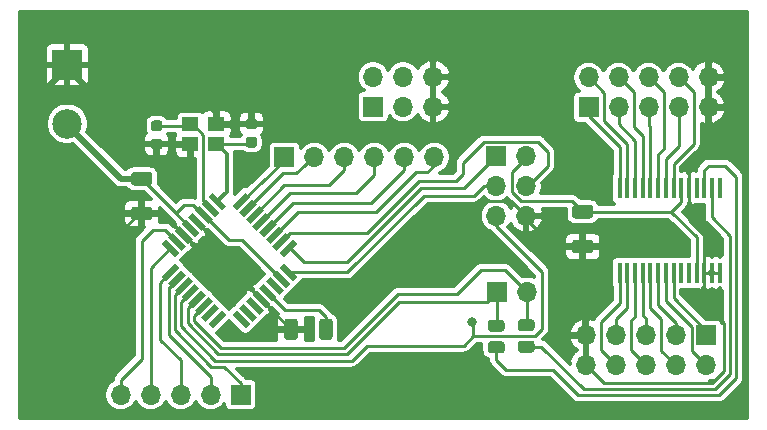
<source format=gbr>
%TF.GenerationSoftware,KiCad,Pcbnew,(5.1.7)-1*%
%TF.CreationDate,2020-11-23T17:16:41+01:00*%
%TF.ProjectId,control,636f6e74-726f-46c2-9e6b-696361645f70,rev?*%
%TF.SameCoordinates,Original*%
%TF.FileFunction,Copper,L2,Bot*%
%TF.FilePolarity,Positive*%
%FSLAX46Y46*%
G04 Gerber Fmt 4.6, Leading zero omitted, Abs format (unit mm)*
G04 Created by KiCad (PCBNEW (5.1.7)-1) date 2020-11-23 17:16:41*
%MOMM*%
%LPD*%
G01*
G04 APERTURE LIST*
%TA.AperFunction,SMDPad,CuDef*%
%ADD10R,0.450000X1.750000*%
%TD*%
%TA.AperFunction,SMDPad,CuDef*%
%ADD11C,0.100000*%
%TD*%
%TA.AperFunction,ComponentPad*%
%ADD12R,2.500000X2.500000*%
%TD*%
%TA.AperFunction,ComponentPad*%
%ADD13C,2.500000*%
%TD*%
%TA.AperFunction,ComponentPad*%
%ADD14R,1.700000X1.700000*%
%TD*%
%TA.AperFunction,ComponentPad*%
%ADD15O,1.700000X1.700000*%
%TD*%
%TA.AperFunction,SMDPad,CuDef*%
%ADD16R,1.400000X1.200000*%
%TD*%
%TA.AperFunction,ViaPad*%
%ADD17C,0.800000*%
%TD*%
%TA.AperFunction,Conductor*%
%ADD18C,0.250000*%
%TD*%
%TA.AperFunction,Conductor*%
%ADD19C,0.500000*%
%TD*%
%TA.AperFunction,Conductor*%
%ADD20C,0.300000*%
%TD*%
%TA.AperFunction,Conductor*%
%ADD21C,0.100000*%
%TD*%
G04 APERTURE END LIST*
D10*
%TO.P,U3,1*%
%TO.N,/I2C_B0*%
X157776200Y-81794800D03*
%TO.P,U3,2*%
%TO.N,/I2C_B1*%
X158426200Y-81794800D03*
%TO.P,U3,3*%
%TO.N,/I2C_B2*%
X159076200Y-81794800D03*
%TO.P,U3,4*%
%TO.N,/I2C_B3*%
X159726200Y-81794800D03*
%TO.P,U3,5*%
%TO.N,/I2C_B4*%
X160376200Y-81794800D03*
%TO.P,U3,6*%
%TO.N,/I2C_B5*%
X161026200Y-81794800D03*
%TO.P,U3,7*%
%TO.N,/I2C_B6*%
X161676200Y-81794800D03*
%TO.P,U3,8*%
%TO.N,/I2C_B7*%
X162326200Y-81794800D03*
%TO.P,U3,9*%
%TO.N,+5V*%
X162976200Y-81794800D03*
%TO.P,U3,10*%
%TO.N,GND*%
X163626200Y-81794800D03*
%TO.P,U3,11*%
%TO.N,N/C*%
X164276200Y-81794800D03*
%TO.P,U3,12*%
%TO.N,/SCL*%
X164926200Y-81794800D03*
%TO.P,U3,13*%
%TO.N,/SDA*%
X165576200Y-81794800D03*
%TO.P,U3,14*%
%TO.N,N/C*%
X166226200Y-81794800D03*
%TO.P,U3,15*%
%TO.N,GND*%
X166226200Y-88994800D03*
%TO.P,U3,16*%
X165576200Y-88994800D03*
%TO.P,U3,17*%
X164926200Y-88994800D03*
%TO.P,U3,18*%
%TO.N,+5V*%
X164276200Y-88994800D03*
%TO.P,U3,19*%
%TO.N,N/C*%
X163626200Y-88994800D03*
%TO.P,U3,20*%
X162976200Y-88994800D03*
%TO.P,U3,21*%
%TO.N,/I2C_A0*%
X162326200Y-88994800D03*
%TO.P,U3,22*%
%TO.N,/I2C_A1*%
X161676200Y-88994800D03*
%TO.P,U3,23*%
%TO.N,/I2C_A2*%
X161026200Y-88994800D03*
%TO.P,U3,24*%
%TO.N,/I2C_A3*%
X160376200Y-88994800D03*
%TO.P,U3,25*%
%TO.N,/I2C_A4*%
X159726200Y-88994800D03*
%TO.P,U3,26*%
%TO.N,/I2C_A5*%
X159076200Y-88994800D03*
%TO.P,U3,27*%
%TO.N,/I2C_A6*%
X158426200Y-88994800D03*
%TO.P,U3,28*%
%TO.N,/I2C_A7*%
X157776200Y-88994800D03*
%TD*%
%TA.AperFunction,SMDPad,CuDef*%
D11*
%TO.P,U2,1*%
%TO.N,/IO3*%
G36*
X118968757Y-86538264D02*
G01*
X119357666Y-86149355D01*
X120489037Y-87280726D01*
X120100128Y-87669635D01*
X118968757Y-86538264D01*
G37*
%TD.AperFunction*%
%TA.AperFunction,SMDPad,CuDef*%
%TO.P,U2,2*%
%TO.N,/IO4*%
G36*
X119534443Y-85972579D02*
G01*
X119923352Y-85583670D01*
X121054723Y-86715041D01*
X120665814Y-87103950D01*
X119534443Y-85972579D01*
G37*
%TD.AperFunction*%
%TA.AperFunction,SMDPad,CuDef*%
%TO.P,U2,3*%
%TO.N,GND*%
G36*
X120100128Y-85406893D02*
G01*
X120489037Y-85017984D01*
X121620408Y-86149355D01*
X121231499Y-86538264D01*
X120100128Y-85406893D01*
G37*
%TD.AperFunction*%
%TA.AperFunction,SMDPad,CuDef*%
%TO.P,U2,4*%
%TO.N,+5V*%
G36*
X120665813Y-84841208D02*
G01*
X121054722Y-84452299D01*
X122186093Y-85583670D01*
X121797184Y-85972579D01*
X120665813Y-84841208D01*
G37*
%TD.AperFunction*%
%TA.AperFunction,SMDPad,CuDef*%
%TO.P,U2,5*%
%TO.N,GND*%
G36*
X121231499Y-84275522D02*
G01*
X121620408Y-83886613D01*
X122751779Y-85017984D01*
X122362870Y-85406893D01*
X121231499Y-84275522D01*
G37*
%TD.AperFunction*%
%TA.AperFunction,SMDPad,CuDef*%
%TO.P,U2,6*%
%TO.N,+5V*%
G36*
X121797184Y-83709837D02*
G01*
X122186093Y-83320928D01*
X123317464Y-84452299D01*
X122928555Y-84841208D01*
X121797184Y-83709837D01*
G37*
%TD.AperFunction*%
%TA.AperFunction,SMDPad,CuDef*%
%TO.P,U2,7*%
%TO.N,Net-(C10-Pad1)*%
G36*
X122362870Y-83144152D02*
G01*
X122751779Y-82755243D01*
X123883150Y-83886614D01*
X123494241Y-84275523D01*
X122362870Y-83144152D01*
G37*
%TD.AperFunction*%
%TA.AperFunction,SMDPad,CuDef*%
%TO.P,U2,8*%
%TO.N,Net-(C8-Pad1)*%
G36*
X122928555Y-82578466D02*
G01*
X123317464Y-82189557D01*
X124448835Y-83320928D01*
X124059926Y-83709837D01*
X122928555Y-82578466D01*
G37*
%TD.AperFunction*%
%TA.AperFunction,SMDPad,CuDef*%
%TO.P,U2,9*%
%TO.N,/IO5*%
G36*
X126110536Y-82189557D02*
G01*
X126499445Y-82578466D01*
X125368074Y-83709837D01*
X124979165Y-83320928D01*
X126110536Y-82189557D01*
G37*
%TD.AperFunction*%
%TA.AperFunction,SMDPad,CuDef*%
%TO.P,U2,10*%
%TO.N,/IO6*%
G36*
X126676221Y-82755243D02*
G01*
X127065130Y-83144152D01*
X125933759Y-84275523D01*
X125544850Y-83886614D01*
X126676221Y-82755243D01*
G37*
%TD.AperFunction*%
%TA.AperFunction,SMDPad,CuDef*%
%TO.P,U2,11*%
%TO.N,/IO7*%
G36*
X127241907Y-83320928D02*
G01*
X127630816Y-83709837D01*
X126499445Y-84841208D01*
X126110536Y-84452299D01*
X127241907Y-83320928D01*
G37*
%TD.AperFunction*%
%TA.AperFunction,SMDPad,CuDef*%
%TO.P,U2,12*%
%TO.N,/IO8*%
G36*
X127807592Y-83886613D02*
G01*
X128196501Y-84275522D01*
X127065130Y-85406893D01*
X126676221Y-85017984D01*
X127807592Y-83886613D01*
G37*
%TD.AperFunction*%
%TA.AperFunction,SMDPad,CuDef*%
%TO.P,U2,13*%
%TO.N,/IO9*%
G36*
X128373278Y-84452299D02*
G01*
X128762187Y-84841208D01*
X127630816Y-85972579D01*
X127241907Y-85583670D01*
X128373278Y-84452299D01*
G37*
%TD.AperFunction*%
%TA.AperFunction,SMDPad,CuDef*%
%TO.P,U2,14*%
%TO.N,/IO10*%
G36*
X128938963Y-85017984D02*
G01*
X129327872Y-85406893D01*
X128196501Y-86538264D01*
X127807592Y-86149355D01*
X128938963Y-85017984D01*
G37*
%TD.AperFunction*%
%TA.AperFunction,SMDPad,CuDef*%
%TO.P,U2,15*%
%TO.N,/MOSI*%
G36*
X129504648Y-85583670D02*
G01*
X129893557Y-85972579D01*
X128762186Y-87103950D01*
X128373277Y-86715041D01*
X129504648Y-85583670D01*
G37*
%TD.AperFunction*%
%TA.AperFunction,SMDPad,CuDef*%
%TO.P,U2,16*%
%TO.N,/MISO*%
G36*
X130070334Y-86149355D02*
G01*
X130459243Y-86538264D01*
X129327872Y-87669635D01*
X128938963Y-87280726D01*
X130070334Y-86149355D01*
G37*
%TD.AperFunction*%
%TA.AperFunction,SMDPad,CuDef*%
%TO.P,U2,17*%
%TO.N,/SCK*%
G36*
X128938963Y-88588874D02*
G01*
X129327872Y-88199965D01*
X130459243Y-89331336D01*
X130070334Y-89720245D01*
X128938963Y-88588874D01*
G37*
%TD.AperFunction*%
%TA.AperFunction,SMDPad,CuDef*%
%TO.P,U2,18*%
%TO.N,+5V*%
G36*
X128373277Y-89154559D02*
G01*
X128762186Y-88765650D01*
X129893557Y-89897021D01*
X129504648Y-90285930D01*
X128373277Y-89154559D01*
G37*
%TD.AperFunction*%
%TA.AperFunction,SMDPad,CuDef*%
%TO.P,U2,19*%
%TO.N,N/C*%
G36*
X127807592Y-89720245D02*
G01*
X128196501Y-89331336D01*
X129327872Y-90462707D01*
X128938963Y-90851616D01*
X127807592Y-89720245D01*
G37*
%TD.AperFunction*%
%TA.AperFunction,SMDPad,CuDef*%
%TO.P,U2,20*%
%TO.N,Net-(C7-Pad1)*%
G36*
X127241907Y-90285930D02*
G01*
X127630816Y-89897021D01*
X128762187Y-91028392D01*
X128373278Y-91417301D01*
X127241907Y-90285930D01*
G37*
%TD.AperFunction*%
%TA.AperFunction,SMDPad,CuDef*%
%TO.P,U2,21*%
%TO.N,GND*%
G36*
X126676221Y-90851616D02*
G01*
X127065130Y-90462707D01*
X128196501Y-91594078D01*
X127807592Y-91982987D01*
X126676221Y-90851616D01*
G37*
%TD.AperFunction*%
%TA.AperFunction,SMDPad,CuDef*%
%TO.P,U2,22*%
%TO.N,N/C*%
G36*
X126110536Y-91417301D02*
G01*
X126499445Y-91028392D01*
X127630816Y-92159763D01*
X127241907Y-92548672D01*
X126110536Y-91417301D01*
G37*
%TD.AperFunction*%
%TA.AperFunction,SMDPad,CuDef*%
%TO.P,U2,23*%
G36*
X125544850Y-91982986D02*
G01*
X125933759Y-91594077D01*
X127065130Y-92725448D01*
X126676221Y-93114357D01*
X125544850Y-91982986D01*
G37*
%TD.AperFunction*%
%TA.AperFunction,SMDPad,CuDef*%
%TO.P,U2,24*%
G36*
X124979165Y-92548672D02*
G01*
X125368074Y-92159763D01*
X126499445Y-93291134D01*
X126110536Y-93680043D01*
X124979165Y-92548672D01*
G37*
%TD.AperFunction*%
%TA.AperFunction,SMDPad,CuDef*%
%TO.P,U2,25*%
G36*
X124059926Y-92159763D02*
G01*
X124448835Y-92548672D01*
X123317464Y-93680043D01*
X122928555Y-93291134D01*
X124059926Y-92159763D01*
G37*
%TD.AperFunction*%
%TA.AperFunction,SMDPad,CuDef*%
%TO.P,U2,26*%
G36*
X123494241Y-91594077D02*
G01*
X123883150Y-91982986D01*
X122751779Y-93114357D01*
X122362870Y-92725448D01*
X123494241Y-91594077D01*
G37*
%TD.AperFunction*%
%TA.AperFunction,SMDPad,CuDef*%
%TO.P,U2,27*%
%TO.N,/SDA*%
G36*
X122928555Y-91028392D02*
G01*
X123317464Y-91417301D01*
X122186093Y-92548672D01*
X121797184Y-92159763D01*
X122928555Y-91028392D01*
G37*
%TD.AperFunction*%
%TA.AperFunction,SMDPad,CuDef*%
%TO.P,U2,28*%
%TO.N,/SCL*%
G36*
X122362870Y-90462707D02*
G01*
X122751779Y-90851616D01*
X121620408Y-91982987D01*
X121231499Y-91594078D01*
X122362870Y-90462707D01*
G37*
%TD.AperFunction*%
%TA.AperFunction,SMDPad,CuDef*%
%TO.P,U2,29*%
%TO.N,/~RESET*%
G36*
X121797184Y-89897021D02*
G01*
X122186093Y-90285930D01*
X121054722Y-91417301D01*
X120665813Y-91028392D01*
X121797184Y-89897021D01*
G37*
%TD.AperFunction*%
%TA.AperFunction,SMDPad,CuDef*%
%TO.P,U2,30*%
%TO.N,/IO0*%
G36*
X121231499Y-89331336D02*
G01*
X121620408Y-89720245D01*
X120489037Y-90851616D01*
X120100128Y-90462707D01*
X121231499Y-89331336D01*
G37*
%TD.AperFunction*%
%TA.AperFunction,SMDPad,CuDef*%
%TO.P,U2,31*%
%TO.N,/IO1*%
G36*
X120665814Y-88765650D02*
G01*
X121054723Y-89154559D01*
X119923352Y-90285930D01*
X119534443Y-89897021D01*
X120665814Y-88765650D01*
G37*
%TD.AperFunction*%
%TA.AperFunction,SMDPad,CuDef*%
%TO.P,U2,32*%
%TO.N,/IO2*%
G36*
X120100128Y-88199965D02*
G01*
X120489037Y-88588874D01*
X119357666Y-89720245D01*
X118968757Y-89331336D01*
X120100128Y-88199965D01*
G37*
%TD.AperFunction*%
%TD*%
%TO.P,C7,2*%
%TO.N,GND*%
%TA.AperFunction,SMDPad,CuDef*%
G36*
G01*
X130519600Y-93126799D02*
X130519600Y-94426801D01*
G75*
G02*
X130269601Y-94676800I-249999J0D01*
G01*
X129619599Y-94676800D01*
G75*
G02*
X129369600Y-94426801I0J249999D01*
G01*
X129369600Y-93126799D01*
G75*
G02*
X129619599Y-92876800I249999J0D01*
G01*
X130269601Y-92876800D01*
G75*
G02*
X130519600Y-93126799I0J-249999D01*
G01*
G37*
%TD.AperFunction*%
%TO.P,C7,1*%
%TO.N,Net-(C7-Pad1)*%
%TA.AperFunction,SMDPad,CuDef*%
G36*
G01*
X133469600Y-93126799D02*
X133469600Y-94426801D01*
G75*
G02*
X133219601Y-94676800I-249999J0D01*
G01*
X132569599Y-94676800D01*
G75*
G02*
X132319600Y-94426801I0J249999D01*
G01*
X132319600Y-93126799D01*
G75*
G02*
X132569599Y-92876800I249999J0D01*
G01*
X133219601Y-92876800D01*
G75*
G02*
X133469600Y-93126799I0J-249999D01*
G01*
G37*
%TD.AperFunction*%
%TD*%
%TO.P,C9,1*%
%TO.N,+5V*%
%TA.AperFunction,SMDPad,CuDef*%
G36*
G01*
X116647199Y-80449200D02*
X117947201Y-80449200D01*
G75*
G02*
X118197200Y-80699199I0J-249999D01*
G01*
X118197200Y-81349201D01*
G75*
G02*
X117947201Y-81599200I-249999J0D01*
G01*
X116647199Y-81599200D01*
G75*
G02*
X116397200Y-81349201I0J249999D01*
G01*
X116397200Y-80699199D01*
G75*
G02*
X116647199Y-80449200I249999J0D01*
G01*
G37*
%TD.AperFunction*%
%TO.P,C9,2*%
%TO.N,GND*%
%TA.AperFunction,SMDPad,CuDef*%
G36*
G01*
X116647199Y-83399200D02*
X117947201Y-83399200D01*
G75*
G02*
X118197200Y-83649199I0J-249999D01*
G01*
X118197200Y-84299201D01*
G75*
G02*
X117947201Y-84549200I-249999J0D01*
G01*
X116647199Y-84549200D01*
G75*
G02*
X116397200Y-84299201I0J249999D01*
G01*
X116397200Y-83649199D01*
G75*
G02*
X116647199Y-83399200I249999J0D01*
G01*
G37*
%TD.AperFunction*%
%TD*%
%TO.P,C11,1*%
%TO.N,+5V*%
%TA.AperFunction,SMDPad,CuDef*%
G36*
G01*
X153985199Y-83243200D02*
X155285201Y-83243200D01*
G75*
G02*
X155535200Y-83493199I0J-249999D01*
G01*
X155535200Y-84143201D01*
G75*
G02*
X155285201Y-84393200I-249999J0D01*
G01*
X153985199Y-84393200D01*
G75*
G02*
X153735200Y-84143201I0J249999D01*
G01*
X153735200Y-83493199D01*
G75*
G02*
X153985199Y-83243200I249999J0D01*
G01*
G37*
%TD.AperFunction*%
%TO.P,C11,2*%
%TO.N,GND*%
%TA.AperFunction,SMDPad,CuDef*%
G36*
G01*
X153985199Y-86193200D02*
X155285201Y-86193200D01*
G75*
G02*
X155535200Y-86443199I0J-249999D01*
G01*
X155535200Y-87093201D01*
G75*
G02*
X155285201Y-87343200I-249999J0D01*
G01*
X153985199Y-87343200D01*
G75*
G02*
X153735200Y-87093201I0J249999D01*
G01*
X153735200Y-86443199D01*
G75*
G02*
X153985199Y-86193200I249999J0D01*
G01*
G37*
%TD.AperFunction*%
%TD*%
D12*
%TO.P,J2,1*%
%TO.N,GND*%
X110998000Y-71374000D03*
D13*
%TO.P,J2,2*%
%TO.N,+5V*%
X110998000Y-76374000D03*
%TD*%
D14*
%TO.P,J3,1*%
%TO.N,/MISO*%
X147320000Y-79095600D03*
D15*
%TO.P,J3,2*%
%TO.N,+5V*%
X149860000Y-79095600D03*
%TO.P,J3,3*%
%TO.N,/SCK*%
X147320000Y-81635600D03*
%TO.P,J3,4*%
%TO.N,/MOSI*%
X149860000Y-81635600D03*
%TO.P,J3,5*%
%TO.N,/~RESET*%
X147320000Y-84175600D03*
%TO.P,J3,6*%
%TO.N,GND*%
X149860000Y-84175600D03*
%TD*%
D14*
%TO.P,J4,1*%
%TO.N,/I2C_A0*%
X165100000Y-94284800D03*
D15*
%TO.P,J4,2*%
%TO.N,/I2C_A1*%
X165100000Y-96824800D03*
%TO.P,J4,3*%
%TO.N,/I2C_A2*%
X162560000Y-94284800D03*
%TO.P,J4,4*%
%TO.N,/I2C_A3*%
X162560000Y-96824800D03*
%TO.P,J4,5*%
%TO.N,/I2C_A4*%
X160020000Y-94284800D03*
%TO.P,J4,6*%
%TO.N,/I2C_A5*%
X160020000Y-96824800D03*
%TO.P,J4,7*%
%TO.N,/I2C_A6*%
X157480000Y-94284800D03*
%TO.P,J4,8*%
%TO.N,/I2C_A7*%
X157480000Y-96824800D03*
%TO.P,J4,9*%
%TO.N,GND*%
X154940000Y-94284800D03*
%TO.P,J4,10*%
X154940000Y-96824800D03*
%TD*%
D14*
%TO.P,J7,1*%
%TO.N,/SCL*%
X147370800Y-90627200D03*
D15*
%TO.P,J7,2*%
%TO.N,/SDA*%
X149910800Y-90627200D03*
%TD*%
D14*
%TO.P,J8,1*%
%TO.N,/I2C_B0*%
X155143200Y-74980800D03*
D15*
%TO.P,J8,2*%
%TO.N,/I2C_B1*%
X155143200Y-72440800D03*
%TO.P,J8,3*%
%TO.N,/I2C_B2*%
X157683200Y-74980800D03*
%TO.P,J8,4*%
%TO.N,/I2C_B3*%
X157683200Y-72440800D03*
%TO.P,J8,5*%
%TO.N,/I2C_B4*%
X160223200Y-74980800D03*
%TO.P,J8,6*%
%TO.N,/I2C_B5*%
X160223200Y-72440800D03*
%TO.P,J8,7*%
%TO.N,/I2C_B6*%
X162763200Y-74980800D03*
%TO.P,J8,8*%
%TO.N,/I2C_B7*%
X162763200Y-72440800D03*
%TO.P,J8,9*%
%TO.N,GND*%
X165303200Y-74980800D03*
%TO.P,J8,10*%
X165303200Y-72440800D03*
%TD*%
D16*
%TO.P,Y2,4*%
%TO.N,GND*%
X123629600Y-76416800D03*
%TO.P,Y2,3*%
%TO.N,Net-(C10-Pad1)*%
X121429600Y-76416800D03*
%TO.P,Y2,2*%
%TO.N,GND*%
X121429600Y-78116800D03*
%TO.P,Y2,1*%
%TO.N,Net-(C8-Pad1)*%
X123629600Y-78116800D03*
%TD*%
%TO.P,C8,2*%
%TO.N,GND*%
%TA.AperFunction,SMDPad,CuDef*%
G36*
G01*
X126843600Y-76840200D02*
X126343600Y-76840200D01*
G75*
G02*
X126118600Y-76615200I0J225000D01*
G01*
X126118600Y-76165200D01*
G75*
G02*
X126343600Y-75940200I225000J0D01*
G01*
X126843600Y-75940200D01*
G75*
G02*
X127068600Y-76165200I0J-225000D01*
G01*
X127068600Y-76615200D01*
G75*
G02*
X126843600Y-76840200I-225000J0D01*
G01*
G37*
%TD.AperFunction*%
%TO.P,C8,1*%
%TO.N,Net-(C8-Pad1)*%
%TA.AperFunction,SMDPad,CuDef*%
G36*
G01*
X126843600Y-78390200D02*
X126343600Y-78390200D01*
G75*
G02*
X126118600Y-78165200I0J225000D01*
G01*
X126118600Y-77715200D01*
G75*
G02*
X126343600Y-77490200I225000J0D01*
G01*
X126843600Y-77490200D01*
G75*
G02*
X127068600Y-77715200I0J-225000D01*
G01*
X127068600Y-78165200D01*
G75*
G02*
X126843600Y-78390200I-225000J0D01*
G01*
G37*
%TD.AperFunction*%
%TD*%
%TO.P,C10,1*%
%TO.N,Net-(C10-Pad1)*%
%TA.AperFunction,SMDPad,CuDef*%
G36*
G01*
X118317200Y-76092600D02*
X118817200Y-76092600D01*
G75*
G02*
X119042200Y-76317600I0J-225000D01*
G01*
X119042200Y-76767600D01*
G75*
G02*
X118817200Y-76992600I-225000J0D01*
G01*
X118317200Y-76992600D01*
G75*
G02*
X118092200Y-76767600I0J225000D01*
G01*
X118092200Y-76317600D01*
G75*
G02*
X118317200Y-76092600I225000J0D01*
G01*
G37*
%TD.AperFunction*%
%TO.P,C10,2*%
%TO.N,GND*%
%TA.AperFunction,SMDPad,CuDef*%
G36*
G01*
X118317200Y-77642600D02*
X118817200Y-77642600D01*
G75*
G02*
X119042200Y-77867600I0J-225000D01*
G01*
X119042200Y-78317600D01*
G75*
G02*
X118817200Y-78542600I-225000J0D01*
G01*
X118317200Y-78542600D01*
G75*
G02*
X118092200Y-78317600I0J225000D01*
G01*
X118092200Y-77867600D01*
G75*
G02*
X118317200Y-77642600I225000J0D01*
G01*
G37*
%TD.AperFunction*%
%TD*%
D14*
%TO.P,J5,1*%
%TO.N,+5V*%
X136906000Y-74930000D03*
D15*
%TO.P,J5,2*%
X136906000Y-72390000D03*
%TO.P,J5,3*%
%TO.N,/3V3*%
X139446000Y-74930000D03*
%TO.P,J5,4*%
X139446000Y-72390000D03*
%TO.P,J5,5*%
%TO.N,GND*%
X141986000Y-74930000D03*
%TO.P,J5,6*%
X141986000Y-72390000D03*
%TD*%
D14*
%TO.P,J6,1*%
%TO.N,/IO0*%
X125679200Y-99314000D03*
D15*
%TO.P,J6,2*%
%TO.N,/IO1*%
X123139200Y-99314000D03*
%TO.P,J6,3*%
%TO.N,/IO2*%
X120599200Y-99314000D03*
%TO.P,J6,4*%
%TO.N,/IO3*%
X118059200Y-99314000D03*
%TO.P,J6,5*%
%TO.N,/IO4*%
X115519200Y-99314000D03*
%TD*%
D14*
%TO.P,J9,1*%
%TO.N,/IO5*%
X129387600Y-79197200D03*
D15*
%TO.P,J9,2*%
%TO.N,/IO6*%
X131927600Y-79197200D03*
%TO.P,J9,3*%
%TO.N,/IO7*%
X134467600Y-79197200D03*
%TO.P,J9,4*%
%TO.N,/IO8*%
X137007600Y-79197200D03*
%TO.P,J9,5*%
%TO.N,/IO9*%
X139547600Y-79197200D03*
%TO.P,J9,6*%
%TO.N,/IO10*%
X142087600Y-79197200D03*
%TD*%
%TO.P,R8,2*%
%TO.N,/SDA*%
%TA.AperFunction,SMDPad,CuDef*%
G36*
G01*
X149409999Y-94735600D02*
X150310001Y-94735600D01*
G75*
G02*
X150560000Y-94985599I0J-249999D01*
G01*
X150560000Y-95510601D01*
G75*
G02*
X150310001Y-95760600I-249999J0D01*
G01*
X149409999Y-95760600D01*
G75*
G02*
X149160000Y-95510601I0J249999D01*
G01*
X149160000Y-94985599D01*
G75*
G02*
X149409999Y-94735600I249999J0D01*
G01*
G37*
%TD.AperFunction*%
%TO.P,R8,1*%
%TA.AperFunction,SMDPad,CuDef*%
G36*
G01*
X149409999Y-92910600D02*
X150310001Y-92910600D01*
G75*
G02*
X150560000Y-93160599I0J-249999D01*
G01*
X150560000Y-93685601D01*
G75*
G02*
X150310001Y-93935600I-249999J0D01*
G01*
X149409999Y-93935600D01*
G75*
G02*
X149160000Y-93685601I0J249999D01*
G01*
X149160000Y-93160599D01*
G75*
G02*
X149409999Y-92910600I249999J0D01*
G01*
G37*
%TD.AperFunction*%
%TD*%
%TO.P,R9,1*%
%TO.N,/SCL*%
%TA.AperFunction,SMDPad,CuDef*%
G36*
G01*
X146869999Y-92961400D02*
X147770001Y-92961400D01*
G75*
G02*
X148020000Y-93211399I0J-249999D01*
G01*
X148020000Y-93736401D01*
G75*
G02*
X147770001Y-93986400I-249999J0D01*
G01*
X146869999Y-93986400D01*
G75*
G02*
X146620000Y-93736401I0J249999D01*
G01*
X146620000Y-93211399D01*
G75*
G02*
X146869999Y-92961400I249999J0D01*
G01*
G37*
%TD.AperFunction*%
%TO.P,R9,2*%
%TA.AperFunction,SMDPad,CuDef*%
G36*
G01*
X146869999Y-94786400D02*
X147770001Y-94786400D01*
G75*
G02*
X148020000Y-95036399I0J-249999D01*
G01*
X148020000Y-95561401D01*
G75*
G02*
X147770001Y-95811400I-249999J0D01*
G01*
X146869999Y-95811400D01*
G75*
G02*
X146620000Y-95561401I0J249999D01*
G01*
X146620000Y-95036399D01*
G75*
G02*
X146869999Y-94786400I249999J0D01*
G01*
G37*
%TD.AperFunction*%
%TD*%
D17*
%TO.N,GND*%
X139141200Y-89814400D03*
X115316000Y-85699600D03*
%TO.N,/~RESET*%
X145237200Y-93167200D03*
%TD*%
D18*
%TO.N,GND*%
X120860268Y-85778124D02*
X120860268Y-85757468D01*
X120860268Y-85757468D02*
X119077000Y-83974200D01*
X119077000Y-83974200D02*
X117297200Y-83974200D01*
X120860268Y-85778124D02*
X120880924Y-85778124D01*
X120880924Y-85778124D02*
X121920000Y-86817200D01*
X121920000Y-86817200D02*
X122275600Y-86817200D01*
X122275600Y-86817200D02*
X122631200Y-86461600D01*
X122936000Y-85591114D02*
X121991639Y-84646753D01*
X122631200Y-86461600D02*
X122936000Y-86156800D01*
X122936000Y-86156800D02*
X122936000Y-85591114D01*
X127436361Y-91222847D02*
X127436361Y-91268561D01*
X127436361Y-91268561D02*
X129944600Y-93776800D01*
X127436361Y-91222847D02*
X127392447Y-91222847D01*
X127392447Y-91222847D02*
X122631200Y-86461600D01*
D19*
X110998000Y-71374000D02*
X110998000Y-71628000D01*
X110998000Y-71628000D02*
X114452400Y-75082400D01*
X114452400Y-75082400D02*
X114401600Y-75031600D01*
D20*
X114757200Y-75031600D02*
X115265200Y-74523600D01*
X115265200Y-74523600D02*
X122580400Y-74523600D01*
X122580400Y-74523600D02*
X123629600Y-75572800D01*
X123629600Y-75572800D02*
X123629600Y-76416800D01*
X114401600Y-75031600D02*
X114757200Y-75031600D01*
D19*
X110998000Y-71374000D02*
X110998000Y-71628000D01*
X110998000Y-71628000D02*
X108305600Y-74320400D01*
X114860600Y-83974200D02*
X117297200Y-83974200D01*
X108305600Y-77419200D02*
X114860600Y-83974200D01*
X108305600Y-74320400D02*
X108305600Y-77419200D01*
D18*
X118567200Y-78092600D02*
X121405400Y-78092600D01*
X121405400Y-78092600D02*
X121429600Y-78116800D01*
X123629600Y-76416800D02*
X126567000Y-76416800D01*
X126567000Y-76416800D02*
X126593600Y-76390200D01*
X118567200Y-78092600D02*
X117310200Y-78092600D01*
X114452400Y-75234800D02*
X114452400Y-75082400D01*
X117310200Y-78092600D02*
X114452400Y-75234800D01*
X149860000Y-84175600D02*
X149860000Y-84429600D01*
X152198600Y-86768200D02*
X154635200Y-86768200D01*
X149860000Y-84429600D02*
X152198600Y-86768200D01*
X166226200Y-88994800D02*
X165576200Y-88994800D01*
X165576200Y-88994800D02*
X164926200Y-88994800D01*
X154635200Y-86768200D02*
X154635200Y-93980000D01*
X154635200Y-93980000D02*
X154940000Y-94284800D01*
X154940000Y-94284800D02*
X154940000Y-96824800D01*
X164926200Y-88994800D02*
X164926200Y-85779800D01*
X163626200Y-84479800D02*
X163626200Y-81794800D01*
X164926200Y-85779800D02*
X163626200Y-84479800D01*
X163626200Y-81794800D02*
X163626200Y-80213800D01*
X165303200Y-78536800D02*
X165303200Y-74980800D01*
X163626200Y-80213800D02*
X165303200Y-78536800D01*
X165303200Y-74980800D02*
X165303200Y-72440800D01*
X164926200Y-88994800D02*
X164926200Y-92028200D01*
X156413200Y-98298000D02*
X154940000Y-96824800D01*
X165608000Y-98298000D02*
X156413200Y-98298000D01*
X166624000Y-97282000D02*
X165608000Y-98298000D01*
X166624000Y-93218000D02*
X166624000Y-97282000D01*
X166116000Y-92710000D02*
X166624000Y-93218000D01*
X165608000Y-92710000D02*
X166116000Y-92710000D01*
X164926200Y-92028200D02*
X165608000Y-92710000D01*
X148590000Y-82905600D02*
X149860000Y-84175600D01*
X146050000Y-82905600D02*
X148590000Y-82905600D01*
X139141200Y-89814400D02*
X146050000Y-82905600D01*
X117297200Y-83974200D02*
X117041400Y-83974200D01*
X117041400Y-83974200D02*
X115316000Y-85699600D01*
%TO.N,+5V*%
X121425953Y-85212439D02*
X121425953Y-85152953D01*
X121425953Y-85152953D02*
X120193700Y-83920700D01*
X120193700Y-83920700D02*
X117297200Y-81024200D01*
X122557324Y-84081068D02*
X122485868Y-84081068D01*
X120853200Y-83261200D02*
X120193700Y-83920700D01*
X121666000Y-83261200D02*
X120853200Y-83261200D01*
X122485868Y-84081068D02*
X121666000Y-83261200D01*
X129133417Y-89525790D02*
X129098990Y-89525790D01*
X124683856Y-86207600D02*
X122557324Y-84081068D01*
X125780800Y-86207600D02*
X124683856Y-86207600D01*
X129098990Y-89525790D02*
X125780800Y-86207600D01*
D19*
X110998000Y-76374000D02*
X110998000Y-76504800D01*
X115517400Y-81024200D02*
X117297200Y-81024200D01*
X110998000Y-76504800D02*
X115517400Y-81024200D01*
D18*
X149860000Y-79095600D02*
X149860000Y-79248000D01*
X153722600Y-82905600D02*
X154635200Y-83818200D01*
X149402800Y-82905600D02*
X153722600Y-82905600D01*
X148640800Y-82143600D02*
X149402800Y-82905600D01*
X148640800Y-80467200D02*
X148640800Y-82143600D01*
X149860000Y-79248000D02*
X148640800Y-80467200D01*
X162976200Y-81794800D02*
X162976200Y-82997400D01*
X162155400Y-83818200D02*
X162151800Y-83818200D01*
X162151800Y-83818200D02*
X154635200Y-83818200D01*
X162976200Y-82997400D02*
X162155400Y-83818200D01*
X164276200Y-88994800D02*
X164276200Y-85942600D01*
X164276200Y-85942600D02*
X162151800Y-83818200D01*
%TO.N,Net-(C7-Pad1)*%
X128002047Y-90657161D02*
X128002047Y-90714847D01*
X132894600Y-92711800D02*
X132894600Y-93776800D01*
X132334000Y-92151200D02*
X132894600Y-92711800D01*
X129438400Y-92151200D02*
X132334000Y-92151200D01*
X128002047Y-90714847D02*
X129438400Y-92151200D01*
D20*
%TO.N,Net-(C8-Pad1)*%
X123629600Y-78116800D02*
X123684400Y-78116800D01*
X124510800Y-82127592D02*
X123688695Y-82949697D01*
X124510800Y-78943200D02*
X124510800Y-82127592D01*
X123684400Y-78116800D02*
X124510800Y-78943200D01*
D18*
X123629600Y-78116800D02*
X126417000Y-78116800D01*
X126417000Y-78116800D02*
X126593600Y-77940200D01*
D20*
%TO.N,Net-(C10-Pad1)*%
X121429600Y-76416800D02*
X121628800Y-76416800D01*
D18*
X122529600Y-82921973D02*
X123123010Y-83515383D01*
X122529600Y-77317600D02*
X122529600Y-82921973D01*
X121628800Y-76416800D02*
X122529600Y-77317600D01*
X118567200Y-76542600D02*
X121303800Y-76542600D01*
X121303800Y-76542600D02*
X121429600Y-76416800D01*
%TO.N,/MISO*%
X129699103Y-86909495D02*
X129886295Y-86909495D01*
X144627600Y-81788000D02*
X147320000Y-79095600D01*
X140970000Y-81788000D02*
X144627600Y-81788000D01*
X134670800Y-88087200D02*
X140970000Y-81788000D01*
X131064000Y-88087200D02*
X134670800Y-88087200D01*
X129886295Y-86909495D02*
X131064000Y-88087200D01*
%TO.N,/SCK*%
X129699103Y-88960105D02*
X134712295Y-88960105D01*
X146246002Y-81635600D02*
X147320000Y-81635600D01*
X145433202Y-82448400D02*
X146246002Y-81635600D01*
X141224000Y-82448400D02*
X145433202Y-82448400D01*
X134712295Y-88960105D02*
X141224000Y-82448400D01*
%TO.N,/MOSI*%
X149860000Y-81635600D02*
X150012400Y-81635600D01*
X129828427Y-85648800D02*
X129133417Y-86343810D01*
X136347200Y-85648800D02*
X129828427Y-85648800D01*
X140817600Y-81178400D02*
X136347200Y-85648800D01*
X143916400Y-81178400D02*
X140817600Y-81178400D01*
X144475200Y-80619600D02*
X143916400Y-81178400D01*
X144475200Y-79705200D02*
X144475200Y-80619600D01*
X146304000Y-77876400D02*
X144475200Y-79705200D01*
X150825200Y-77876400D02*
X146304000Y-77876400D01*
X151688800Y-78740000D02*
X150825200Y-77876400D01*
X151688800Y-79959200D02*
X151688800Y-78740000D01*
X150012400Y-81635600D02*
X151688800Y-79959200D01*
%TO.N,/~RESET*%
X147320000Y-84175600D02*
X147320000Y-85039200D01*
X145389600Y-94335600D02*
X144576800Y-95148400D01*
X150622000Y-94335600D02*
X145389600Y-94335600D01*
X151231600Y-93726000D02*
X150622000Y-94335600D01*
X151231600Y-88950800D02*
X151231600Y-93726000D01*
X147320000Y-85039200D02*
X151231600Y-88950800D01*
X144576800Y-95148400D02*
X136347200Y-95148400D01*
X120599200Y-91483914D02*
X121425953Y-90657161D01*
X120599200Y-93522800D02*
X120599200Y-91483914D01*
X123494800Y-96418400D02*
X120599200Y-93522800D01*
X135077200Y-96418400D02*
X123494800Y-96418400D01*
X136347200Y-95148400D02*
X135077200Y-96418400D01*
X145389600Y-94335600D02*
X145389600Y-93319600D01*
X145389600Y-93319600D02*
X145237200Y-93167200D01*
%TO.N,/I2C_A0*%
X165100000Y-94284800D02*
X165100000Y-93878400D01*
X162326200Y-91104600D02*
X162326200Y-88994800D01*
X165100000Y-93878400D02*
X162326200Y-91104600D01*
%TO.N,/I2C_A1*%
X161676200Y-88994800D02*
X161676200Y-91369000D01*
X163880800Y-95605600D02*
X165100000Y-96824800D01*
X163880800Y-93573600D02*
X163880800Y-95605600D01*
X161676200Y-91369000D02*
X163880800Y-93573600D01*
%TO.N,/I2C_A2*%
X161026200Y-88994800D02*
X161026200Y-91735000D01*
X162560000Y-93268800D02*
X162560000Y-94284800D01*
X161026200Y-91735000D02*
X162560000Y-93268800D01*
%TO.N,/I2C_A3*%
X162560000Y-96824800D02*
X162509200Y-96824800D01*
X160376200Y-91999400D02*
X160376200Y-88994800D01*
X161290000Y-92913200D02*
X160376200Y-91999400D01*
X161290000Y-95605600D02*
X161290000Y-92913200D01*
X162509200Y-96824800D02*
X161290000Y-95605600D01*
%TO.N,/I2C_A4*%
X160020000Y-94284800D02*
X160020000Y-92862400D01*
X159726200Y-92568600D02*
X159726200Y-88994800D01*
X160020000Y-92862400D02*
X159726200Y-92568600D01*
%TO.N,/I2C_A5*%
X159076200Y-88994800D02*
X159076200Y-92688600D01*
X158750000Y-95554800D02*
X160020000Y-96824800D01*
X158750000Y-93014800D02*
X158750000Y-95554800D01*
X159076200Y-92688600D02*
X158750000Y-93014800D01*
%TO.N,/I2C_A6*%
X158426200Y-88994800D02*
X158426200Y-91967000D01*
X157480000Y-92913200D02*
X157480000Y-94284800D01*
X158426200Y-91967000D02*
X157480000Y-92913200D01*
%TO.N,/I2C_A7*%
X157776200Y-88994800D02*
X157776200Y-91550200D01*
X156210000Y-95554800D02*
X157480000Y-96824800D01*
X156210000Y-93116400D02*
X156210000Y-95554800D01*
X157776200Y-91550200D02*
X156210000Y-93116400D01*
%TO.N,/SCL*%
X121991639Y-91222847D02*
X121984753Y-91222847D01*
X146558000Y-91440000D02*
X147370800Y-90627200D01*
X139090400Y-91440000D02*
X146558000Y-91440000D01*
X134670800Y-95859600D02*
X139090400Y-91440000D01*
X123799600Y-95859600D02*
X134670800Y-95859600D01*
X121208800Y-93268800D02*
X123799600Y-95859600D01*
X121208800Y-91998800D02*
X121208800Y-93268800D01*
X121984753Y-91222847D02*
X121208800Y-91998800D01*
X147370800Y-90627200D02*
X147370800Y-93423100D01*
X147370800Y-93423100D02*
X147320000Y-93473900D01*
X164926200Y-81794800D02*
X164926200Y-80285400D01*
X147320000Y-96367600D02*
X147320000Y-95298900D01*
X148183600Y-97231200D02*
X147320000Y-96367600D01*
X152146000Y-97231200D02*
X148183600Y-97231200D01*
X154279600Y-99364800D02*
X152146000Y-97231200D01*
X166166800Y-99364800D02*
X154279600Y-99364800D01*
X167640000Y-97891600D02*
X166166800Y-99364800D01*
X167640000Y-80873600D02*
X167640000Y-97891600D01*
X166674800Y-79908400D02*
X167640000Y-80873600D01*
X165303200Y-79908400D02*
X166674800Y-79908400D01*
X164926200Y-80285400D02*
X165303200Y-79908400D01*
%TO.N,/SDA*%
X122557324Y-91788532D02*
X122557324Y-91818676D01*
X148031200Y-88747600D02*
X149910800Y-90627200D01*
X146050000Y-88747600D02*
X148031200Y-88747600D01*
X144018000Y-90779600D02*
X146050000Y-88747600D01*
X138988800Y-90779600D02*
X144018000Y-90779600D01*
X134416800Y-95351600D02*
X138988800Y-90779600D01*
X124002800Y-95351600D02*
X134416800Y-95351600D01*
X121716800Y-93065600D02*
X124002800Y-95351600D01*
X121716800Y-92659200D02*
X121716800Y-93065600D01*
X122557324Y-91818676D02*
X121716800Y-92659200D01*
X149910800Y-90627200D02*
X149910800Y-93372300D01*
X149910800Y-93372300D02*
X149860000Y-93423100D01*
X149860000Y-95248100D02*
X151128100Y-95248100D01*
X165576200Y-84296200D02*
X165576200Y-81794800D01*
X167132000Y-85852000D02*
X165576200Y-84296200D01*
X167132000Y-97586800D02*
X167132000Y-85852000D01*
X165862000Y-98856800D02*
X167132000Y-97586800D01*
X154736800Y-98856800D02*
X165862000Y-98856800D01*
X151128100Y-95248100D02*
X154736800Y-98856800D01*
%TO.N,/IO7*%
X126870676Y-84081068D02*
X126891332Y-84081068D01*
X134467600Y-80264000D02*
X134467600Y-79197200D01*
X133146800Y-81584800D02*
X134467600Y-80264000D01*
X129387600Y-81584800D02*
X133146800Y-81584800D01*
X126891332Y-84081068D02*
X129387600Y-81584800D01*
%TO.N,/IO6*%
X126304990Y-83515383D02*
X126339417Y-83515383D01*
X130403600Y-80568800D02*
X131927600Y-79197200D01*
X129286000Y-80568800D02*
X130403600Y-80568800D01*
X126339417Y-83515383D02*
X129286000Y-80568800D01*
%TO.N,/IO5*%
X125739305Y-82949697D02*
X125787503Y-82949697D01*
X129387600Y-79502000D02*
X129387600Y-79197200D01*
X125787503Y-82949697D02*
X129387600Y-79502000D01*
%TO.N,/IO4*%
X115519200Y-99314000D02*
X115519200Y-98094800D01*
X119294773Y-85344000D02*
X120294583Y-86343810D01*
X118262400Y-85344000D02*
X119294773Y-85344000D01*
X117348000Y-86258400D02*
X118262400Y-85344000D01*
X117348000Y-96266000D02*
X117348000Y-86258400D01*
X115519200Y-98094800D02*
X117348000Y-96266000D01*
%TO.N,/IO3*%
X118059200Y-99314000D02*
X118059200Y-88579192D01*
X118059200Y-88579192D02*
X119728897Y-86909495D01*
%TO.N,/IO2*%
X120599200Y-99314000D02*
X120599200Y-96367600D01*
X118872000Y-89817002D02*
X119728897Y-88960105D01*
X118872000Y-94640400D02*
X118872000Y-89817002D01*
X120599200Y-96367600D02*
X118872000Y-94640400D01*
%TO.N,/IO1*%
X123139200Y-99314000D02*
X123139200Y-97790000D01*
X119583200Y-90237173D02*
X120294583Y-89525790D01*
X119583200Y-94234000D02*
X119583200Y-90237173D01*
X123139200Y-97790000D02*
X119583200Y-94234000D01*
%TO.N,/IO0*%
X125679200Y-99314000D02*
X125679200Y-98348800D01*
X125679200Y-98348800D02*
X124256800Y-96926400D01*
X124256800Y-96926400D02*
X123190000Y-96926400D01*
X123190000Y-96926400D02*
X120091200Y-93827600D01*
X120091200Y-93827600D02*
X120091200Y-90860544D01*
X120091200Y-90860544D02*
X120860268Y-90091476D01*
%TO.N,/I2C_B0*%
X155143200Y-74980800D02*
X155143200Y-75742800D01*
X157776200Y-78375800D02*
X157776200Y-81794800D01*
X155143200Y-75742800D02*
X157776200Y-78375800D01*
%TO.N,/I2C_B1*%
X158426200Y-81794800D02*
X158426200Y-78060600D01*
X156464000Y-73761600D02*
X155143200Y-72440800D01*
X156464000Y-76098400D02*
X156464000Y-73761600D01*
X158426200Y-78060600D02*
X156464000Y-76098400D01*
%TO.N,/I2C_B2*%
X157683200Y-74980800D02*
X157683200Y-76403200D01*
X159076200Y-77796200D02*
X159076200Y-81794800D01*
X157683200Y-76403200D02*
X159076200Y-77796200D01*
%TO.N,/I2C_B3*%
X159726200Y-81794800D02*
X159726200Y-77430200D01*
X158953200Y-73710800D02*
X157683200Y-72440800D01*
X158953200Y-76657200D02*
X158953200Y-73710800D01*
X159726200Y-77430200D02*
X158953200Y-76657200D01*
%TO.N,/I2C_B4*%
X160223200Y-74980800D02*
X160223200Y-76454000D01*
X160376200Y-76607000D02*
X160376200Y-81794800D01*
X160223200Y-76454000D02*
X160376200Y-76607000D01*
%TO.N,/I2C_B5*%
X161026200Y-81794800D02*
X161026200Y-78953000D01*
X161493200Y-73710800D02*
X160223200Y-72440800D01*
X161493200Y-78486000D02*
X161493200Y-73710800D01*
X161026200Y-78953000D02*
X161493200Y-78486000D01*
%TO.N,/I2C_B6*%
X162763200Y-74980800D02*
X162763200Y-78232000D01*
X161676200Y-79319000D02*
X161676200Y-81794800D01*
X162763200Y-78232000D02*
X161676200Y-79319000D01*
%TO.N,/I2C_B7*%
X162326200Y-81794800D02*
X162326200Y-79786600D01*
X164033200Y-73710800D02*
X162763200Y-72440800D01*
X164033200Y-78079600D02*
X164033200Y-73710800D01*
X162326200Y-79786600D02*
X164033200Y-78079600D01*
%TO.N,/IO8*%
X127436361Y-84646753D02*
X127443247Y-84646753D01*
X137007600Y-80670400D02*
X137007600Y-79197200D01*
X135432800Y-82245200D02*
X137007600Y-80670400D01*
X129844800Y-82245200D02*
X135432800Y-82245200D01*
X127443247Y-84646753D02*
X129844800Y-82245200D01*
%TO.N,/IO9*%
X128002047Y-85212439D02*
X128002047Y-85205553D01*
X139547600Y-80264000D02*
X139547600Y-79197200D01*
X136702800Y-83108800D02*
X139547600Y-80264000D01*
X130098800Y-83108800D02*
X136702800Y-83108800D01*
X128002047Y-85205553D02*
X130098800Y-83108800D01*
%TO.N,/IO10*%
X142087600Y-79197200D02*
X142087600Y-79959200D01*
X130525856Y-83820000D02*
X128567732Y-85778124D01*
X137109200Y-83820000D02*
X130525856Y-83820000D01*
X140512800Y-80416400D02*
X137109200Y-83820000D01*
X141478000Y-80416400D02*
X140512800Y-80416400D01*
X142087600Y-79959200D02*
X141478000Y-80416400D01*
%TD*%
D20*
%TO.N,GND*%
X168589001Y-101279000D02*
X107001000Y-101279000D01*
X107001000Y-84549200D01*
X115736016Y-84549200D01*
X115748720Y-84678191D01*
X115786346Y-84802224D01*
X115847446Y-84916534D01*
X115929672Y-85016728D01*
X116029866Y-85098954D01*
X116144176Y-85160054D01*
X116268209Y-85197680D01*
X116397200Y-85210384D01*
X117028700Y-85207200D01*
X117193200Y-85042700D01*
X117193200Y-84078200D01*
X115903700Y-84078200D01*
X115739200Y-84242700D01*
X115736016Y-84549200D01*
X107001000Y-84549200D01*
X107001000Y-83399200D01*
X115736016Y-83399200D01*
X115739200Y-83705700D01*
X115903700Y-83870200D01*
X117193200Y-83870200D01*
X117193200Y-82905700D01*
X117028700Y-82741200D01*
X116397200Y-82738016D01*
X116268209Y-82750720D01*
X116144176Y-82788346D01*
X116029866Y-82849446D01*
X115929672Y-82931672D01*
X115847446Y-83031866D01*
X115786346Y-83146176D01*
X115748720Y-83270209D01*
X115736016Y-83399200D01*
X107001000Y-83399200D01*
X107001000Y-76196716D01*
X109198000Y-76196716D01*
X109198000Y-76551284D01*
X109267173Y-76899041D01*
X109402861Y-77226620D01*
X109599849Y-77521433D01*
X109850567Y-77772151D01*
X110145380Y-77969139D01*
X110472959Y-78104827D01*
X110820716Y-78174000D01*
X111175284Y-78174000D01*
X111476012Y-78114182D01*
X114923927Y-81562097D01*
X114948978Y-81592622D01*
X115010189Y-81642856D01*
X115070793Y-81692593D01*
X115140844Y-81730036D01*
X115209772Y-81766879D01*
X115360573Y-81812624D01*
X115478107Y-81824200D01*
X115478109Y-81824200D01*
X115517400Y-81828070D01*
X115556691Y-81824200D01*
X116003665Y-81824200D01*
X116079633Y-81916767D01*
X116201265Y-82016588D01*
X116340034Y-82090762D01*
X116490608Y-82136438D01*
X116647199Y-82151861D01*
X117470267Y-82151861D01*
X118057128Y-82738722D01*
X117565700Y-82741200D01*
X117401200Y-82905700D01*
X117401200Y-83870200D01*
X118690700Y-83870200D01*
X118855200Y-83705700D01*
X118856937Y-83538531D01*
X119692959Y-84374553D01*
X119714094Y-84400306D01*
X119739846Y-84421440D01*
X120019164Y-84700758D01*
X120019164Y-84789942D01*
X120117819Y-84888597D01*
X120123771Y-84949027D01*
X120155221Y-85052702D01*
X120178617Y-85096474D01*
X120134846Y-85073078D01*
X120031171Y-85041628D01*
X119970742Y-85035676D01*
X119872086Y-84937020D01*
X119842387Y-84937020D01*
X119795515Y-84890148D01*
X119774379Y-84864394D01*
X119748420Y-84843089D01*
X119708817Y-84810588D01*
X119671597Y-84780042D01*
X119554334Y-84717364D01*
X119427096Y-84678767D01*
X119327932Y-84669000D01*
X119327925Y-84669000D01*
X119294773Y-84665735D01*
X119261621Y-84669000D01*
X118846585Y-84669000D01*
X118858384Y-84549200D01*
X118855200Y-84242700D01*
X118690700Y-84078200D01*
X117401200Y-84078200D01*
X117401200Y-85042700D01*
X117505153Y-85146653D01*
X116894143Y-85757663D01*
X116868395Y-85778794D01*
X116847264Y-85804542D01*
X116847256Y-85804550D01*
X116784043Y-85881576D01*
X116721365Y-85998839D01*
X116682767Y-86126077D01*
X116669735Y-86258400D01*
X116673001Y-86291562D01*
X116673000Y-95986406D01*
X115065343Y-97594063D01*
X115039595Y-97615194D01*
X115018464Y-97640942D01*
X115018456Y-97640950D01*
X114955243Y-97717976D01*
X114892565Y-97835239D01*
X114853967Y-97962477D01*
X114842133Y-98082636D01*
X114626752Y-98226549D01*
X114431749Y-98421552D01*
X114278536Y-98650851D01*
X114173001Y-98905635D01*
X114119200Y-99176112D01*
X114119200Y-99451888D01*
X114173001Y-99722365D01*
X114278536Y-99977149D01*
X114431749Y-100206448D01*
X114626752Y-100401451D01*
X114856051Y-100554664D01*
X115110835Y-100660199D01*
X115381312Y-100714000D01*
X115657088Y-100714000D01*
X115927565Y-100660199D01*
X116182349Y-100554664D01*
X116411648Y-100401451D01*
X116606651Y-100206448D01*
X116759864Y-99977149D01*
X116789200Y-99906326D01*
X116818536Y-99977149D01*
X116971749Y-100206448D01*
X117166752Y-100401451D01*
X117396051Y-100554664D01*
X117650835Y-100660199D01*
X117921312Y-100714000D01*
X118197088Y-100714000D01*
X118467565Y-100660199D01*
X118722349Y-100554664D01*
X118951648Y-100401451D01*
X119146651Y-100206448D01*
X119299864Y-99977149D01*
X119329200Y-99906326D01*
X119358536Y-99977149D01*
X119511749Y-100206448D01*
X119706752Y-100401451D01*
X119936051Y-100554664D01*
X120190835Y-100660199D01*
X120461312Y-100714000D01*
X120737088Y-100714000D01*
X121007565Y-100660199D01*
X121262349Y-100554664D01*
X121491648Y-100401451D01*
X121686651Y-100206448D01*
X121839864Y-99977149D01*
X121869200Y-99906326D01*
X121898536Y-99977149D01*
X122051749Y-100206448D01*
X122246752Y-100401451D01*
X122476051Y-100554664D01*
X122730835Y-100660199D01*
X123001312Y-100714000D01*
X123277088Y-100714000D01*
X123547565Y-100660199D01*
X123802349Y-100554664D01*
X124031648Y-100401451D01*
X124226651Y-100206448D01*
X124276539Y-100131785D01*
X124276539Y-100164000D01*
X124287158Y-100271819D01*
X124318608Y-100375494D01*
X124369679Y-100471042D01*
X124438410Y-100554790D01*
X124522158Y-100623521D01*
X124617706Y-100674592D01*
X124721381Y-100706042D01*
X124829200Y-100716661D01*
X126529200Y-100716661D01*
X126637019Y-100706042D01*
X126740694Y-100674592D01*
X126836242Y-100623521D01*
X126919990Y-100554790D01*
X126988721Y-100471042D01*
X127039792Y-100375494D01*
X127071242Y-100271819D01*
X127081861Y-100164000D01*
X127081861Y-98464000D01*
X127071242Y-98356181D01*
X127039792Y-98252506D01*
X126988721Y-98156958D01*
X126919990Y-98073210D01*
X126836242Y-98004479D01*
X126740694Y-97953408D01*
X126637019Y-97921958D01*
X126529200Y-97911339D01*
X126193394Y-97911339D01*
X126158806Y-97869194D01*
X126133052Y-97848058D01*
X125378394Y-97093400D01*
X135044048Y-97093400D01*
X135077200Y-97096665D01*
X135110352Y-97093400D01*
X135110359Y-97093400D01*
X135209523Y-97083633D01*
X135336761Y-97045036D01*
X135454024Y-96982358D01*
X135515923Y-96931558D01*
X135531050Y-96919144D01*
X135531052Y-96919142D01*
X135556806Y-96898006D01*
X135577942Y-96872252D01*
X136626794Y-95823400D01*
X144543648Y-95823400D01*
X144576800Y-95826665D01*
X144609952Y-95823400D01*
X144609959Y-95823400D01*
X144709123Y-95813633D01*
X144836361Y-95775036D01*
X144953624Y-95712358D01*
X145056406Y-95628006D01*
X145077543Y-95602251D01*
X145669194Y-95010600D01*
X146069880Y-95010600D01*
X146067339Y-95036399D01*
X146067339Y-95561401D01*
X146082762Y-95717992D01*
X146128438Y-95868566D01*
X146202612Y-96007335D01*
X146302433Y-96128967D01*
X146424065Y-96228788D01*
X146562834Y-96302962D01*
X146645000Y-96327887D01*
X146645000Y-96334448D01*
X146641735Y-96367600D01*
X146645000Y-96400752D01*
X146645000Y-96400758D01*
X146654767Y-96499922D01*
X146693364Y-96627160D01*
X146748577Y-96730456D01*
X146756043Y-96744424D01*
X146819256Y-96821450D01*
X146819263Y-96821457D01*
X146840394Y-96847205D01*
X146866144Y-96868338D01*
X147682862Y-97685057D01*
X147703994Y-97710806D01*
X147729742Y-97731937D01*
X147729749Y-97731944D01*
X147763055Y-97759277D01*
X147806776Y-97795158D01*
X147861360Y-97824334D01*
X147924038Y-97857836D01*
X148051276Y-97896433D01*
X148063792Y-97897666D01*
X148150441Y-97906200D01*
X148150448Y-97906200D01*
X148183600Y-97909465D01*
X148216752Y-97906200D01*
X151866406Y-97906200D01*
X153778858Y-99818652D01*
X153799994Y-99844406D01*
X153902776Y-99928758D01*
X154020039Y-99991436D01*
X154108679Y-100018324D01*
X154147276Y-100030033D01*
X154161099Y-100031394D01*
X154246441Y-100039800D01*
X154246447Y-100039800D01*
X154279599Y-100043065D01*
X154312751Y-100039800D01*
X166133648Y-100039800D01*
X166166800Y-100043065D01*
X166199952Y-100039800D01*
X166199959Y-100039800D01*
X166299123Y-100030033D01*
X166426361Y-99991436D01*
X166543624Y-99928758D01*
X166646406Y-99844406D01*
X166667542Y-99818652D01*
X168093852Y-98392342D01*
X168119606Y-98371206D01*
X168203958Y-98268424D01*
X168266636Y-98151161D01*
X168292632Y-98065464D01*
X168305233Y-98023925D01*
X168310349Y-97971976D01*
X168315000Y-97924759D01*
X168315000Y-97924753D01*
X168318265Y-97891601D01*
X168315000Y-97858449D01*
X168315000Y-80906752D01*
X168318265Y-80873600D01*
X168315000Y-80840448D01*
X168315000Y-80840441D01*
X168305233Y-80741277D01*
X168266636Y-80614039D01*
X168203958Y-80496776D01*
X168189619Y-80479304D01*
X168140744Y-80419749D01*
X168140733Y-80419738D01*
X168119605Y-80393994D01*
X168093862Y-80372867D01*
X167175542Y-79454548D01*
X167154406Y-79428794D01*
X167125698Y-79405233D01*
X167095346Y-79380324D01*
X167051624Y-79344442D01*
X166934361Y-79281764D01*
X166807123Y-79243167D01*
X166707959Y-79233400D01*
X166707952Y-79233400D01*
X166674800Y-79230135D01*
X166641648Y-79233400D01*
X165336352Y-79233400D01*
X165303200Y-79230135D01*
X165270048Y-79233400D01*
X165270041Y-79233400D01*
X165183392Y-79241934D01*
X165170876Y-79243167D01*
X165046372Y-79280935D01*
X165043639Y-79281764D01*
X164926376Y-79344442D01*
X164823594Y-79428794D01*
X164802454Y-79454553D01*
X164472344Y-79784662D01*
X164446595Y-79805794D01*
X164425464Y-79831542D01*
X164425456Y-79831550D01*
X164362243Y-79908576D01*
X164299565Y-80025839D01*
X164260967Y-80153077D01*
X164247935Y-80285400D01*
X164251201Y-80318562D01*
X164251201Y-80367139D01*
X164212382Y-80367139D01*
X164107898Y-80310480D01*
X163984093Y-80272109D01*
X163865700Y-80261800D01*
X163701200Y-80426300D01*
X163701200Y-80495534D01*
X163660410Y-80529010D01*
X163626200Y-80570695D01*
X163591990Y-80529010D01*
X163551200Y-80495534D01*
X163551200Y-80426300D01*
X163386700Y-80261800D01*
X163268307Y-80272109D01*
X163144502Y-80310480D01*
X163040018Y-80367139D01*
X163001200Y-80367139D01*
X163001200Y-80066194D01*
X164487057Y-78580337D01*
X164512805Y-78559206D01*
X164533938Y-78533456D01*
X164533944Y-78533450D01*
X164577449Y-78480439D01*
X164597158Y-78456424D01*
X164659836Y-78339161D01*
X164675917Y-78286149D01*
X164698433Y-78211924D01*
X164705735Y-78137781D01*
X164708200Y-78112759D01*
X164708200Y-78112752D01*
X164711465Y-78079600D01*
X164708200Y-78046448D01*
X164708200Y-76360946D01*
X164767810Y-76390563D01*
X164965139Y-76450419D01*
X165199200Y-76320269D01*
X165199200Y-75084800D01*
X165407200Y-75084800D01*
X165407200Y-76320269D01*
X165641261Y-76450419D01*
X165838590Y-76390563D01*
X166103334Y-76259025D01*
X166337329Y-76078366D01*
X166531583Y-75855528D01*
X166678631Y-75599075D01*
X166772822Y-75318862D01*
X166643113Y-75084800D01*
X165407200Y-75084800D01*
X165199200Y-75084800D01*
X165179200Y-75084800D01*
X165179200Y-74876800D01*
X165199200Y-74876800D01*
X165199200Y-72544800D01*
X165407200Y-72544800D01*
X165407200Y-74876800D01*
X166643113Y-74876800D01*
X166772822Y-74642738D01*
X166678631Y-74362525D01*
X166531583Y-74106072D01*
X166337329Y-73883234D01*
X166113987Y-73710800D01*
X166337329Y-73538366D01*
X166531583Y-73315528D01*
X166678631Y-73059075D01*
X166772822Y-72778862D01*
X166643113Y-72544800D01*
X165407200Y-72544800D01*
X165199200Y-72544800D01*
X165179200Y-72544800D01*
X165179200Y-72336800D01*
X165199200Y-72336800D01*
X165199200Y-71101331D01*
X165407200Y-71101331D01*
X165407200Y-72336800D01*
X166643113Y-72336800D01*
X166772822Y-72102738D01*
X166678631Y-71822525D01*
X166531583Y-71566072D01*
X166337329Y-71343234D01*
X166103334Y-71162575D01*
X165838590Y-71031037D01*
X165641261Y-70971181D01*
X165407200Y-71101331D01*
X165199200Y-71101331D01*
X164965139Y-70971181D01*
X164767810Y-71031037D01*
X164503066Y-71162575D01*
X164269071Y-71343234D01*
X164074817Y-71566072D01*
X163976759Y-71737086D01*
X163850651Y-71548352D01*
X163655648Y-71353349D01*
X163426349Y-71200136D01*
X163171565Y-71094601D01*
X162901088Y-71040800D01*
X162625312Y-71040800D01*
X162354835Y-71094601D01*
X162100051Y-71200136D01*
X161870752Y-71353349D01*
X161675749Y-71548352D01*
X161522536Y-71777651D01*
X161493200Y-71848474D01*
X161463864Y-71777651D01*
X161310651Y-71548352D01*
X161115648Y-71353349D01*
X160886349Y-71200136D01*
X160631565Y-71094601D01*
X160361088Y-71040800D01*
X160085312Y-71040800D01*
X159814835Y-71094601D01*
X159560051Y-71200136D01*
X159330752Y-71353349D01*
X159135749Y-71548352D01*
X158982536Y-71777651D01*
X158953200Y-71848474D01*
X158923864Y-71777651D01*
X158770651Y-71548352D01*
X158575648Y-71353349D01*
X158346349Y-71200136D01*
X158091565Y-71094601D01*
X157821088Y-71040800D01*
X157545312Y-71040800D01*
X157274835Y-71094601D01*
X157020051Y-71200136D01*
X156790752Y-71353349D01*
X156595749Y-71548352D01*
X156442536Y-71777651D01*
X156413200Y-71848474D01*
X156383864Y-71777651D01*
X156230651Y-71548352D01*
X156035648Y-71353349D01*
X155806349Y-71200136D01*
X155551565Y-71094601D01*
X155281088Y-71040800D01*
X155005312Y-71040800D01*
X154734835Y-71094601D01*
X154480051Y-71200136D01*
X154250752Y-71353349D01*
X154055749Y-71548352D01*
X153902536Y-71777651D01*
X153797001Y-72032435D01*
X153743200Y-72302912D01*
X153743200Y-72578688D01*
X153797001Y-72849165D01*
X153902536Y-73103949D01*
X154055749Y-73333248D01*
X154250752Y-73528251D01*
X154325415Y-73578139D01*
X154293200Y-73578139D01*
X154185381Y-73588758D01*
X154081706Y-73620208D01*
X153986158Y-73671279D01*
X153902410Y-73740010D01*
X153833679Y-73823758D01*
X153782608Y-73919306D01*
X153751158Y-74022981D01*
X153740539Y-74130800D01*
X153740539Y-75830800D01*
X153751158Y-75938619D01*
X153782608Y-76042294D01*
X153833679Y-76137842D01*
X153902410Y-76221590D01*
X153986158Y-76290321D01*
X154081706Y-76341392D01*
X154185381Y-76372842D01*
X154293200Y-76383461D01*
X154829267Y-76383461D01*
X157101200Y-78655394D01*
X157101201Y-80601156D01*
X157091679Y-80612758D01*
X157040608Y-80708306D01*
X157009158Y-80811981D01*
X156998539Y-80919800D01*
X156998539Y-82669800D01*
X157009158Y-82777619D01*
X157040608Y-82881294D01*
X157091679Y-82976842D01*
X157160410Y-83060590D01*
X157244158Y-83129321D01*
X157270124Y-83143200D01*
X156003867Y-83143200D01*
X155952588Y-83047265D01*
X155852767Y-82925633D01*
X155731135Y-82825812D01*
X155592366Y-82751638D01*
X155441792Y-82705962D01*
X155285201Y-82690539D01*
X154462133Y-82690539D01*
X154223342Y-82451748D01*
X154202206Y-82425994D01*
X154174385Y-82403161D01*
X154143146Y-82377524D01*
X154099424Y-82341642D01*
X153982161Y-82278964D01*
X153854923Y-82240367D01*
X153755759Y-82230600D01*
X153755752Y-82230600D01*
X153722600Y-82227335D01*
X153689448Y-82230600D01*
X151128892Y-82230600D01*
X151206199Y-82043965D01*
X151260000Y-81773488D01*
X151260000Y-81497712D01*
X151234264Y-81368330D01*
X152142657Y-80459937D01*
X152168405Y-80438806D01*
X152189538Y-80413056D01*
X152189544Y-80413050D01*
X152244624Y-80345935D01*
X152252758Y-80336024D01*
X152315436Y-80218761D01*
X152318589Y-80208367D01*
X152354033Y-80091524D01*
X152357786Y-80053419D01*
X152363800Y-79992359D01*
X152363800Y-79992352D01*
X152367065Y-79959200D01*
X152363800Y-79926048D01*
X152363800Y-78773152D01*
X152367065Y-78740000D01*
X152363800Y-78706848D01*
X152363800Y-78706841D01*
X152354033Y-78607677D01*
X152350144Y-78594856D01*
X152315436Y-78480438D01*
X152269260Y-78394050D01*
X152252758Y-78363176D01*
X152233049Y-78339161D01*
X152189544Y-78286149D01*
X152189537Y-78286142D01*
X152168406Y-78260394D01*
X152142657Y-78239262D01*
X151325942Y-77422548D01*
X151304806Y-77396794D01*
X151202024Y-77312442D01*
X151084761Y-77249764D01*
X150957523Y-77211167D01*
X150858359Y-77201400D01*
X150858352Y-77201400D01*
X150825200Y-77198135D01*
X150792048Y-77201400D01*
X146337152Y-77201400D01*
X146304000Y-77198135D01*
X146270848Y-77201400D01*
X146270841Y-77201400D01*
X146185983Y-77209758D01*
X146171676Y-77211167D01*
X146044438Y-77249764D01*
X146018224Y-77263776D01*
X145927176Y-77312442D01*
X145927174Y-77312443D01*
X145927175Y-77312443D01*
X145899122Y-77335466D01*
X145824394Y-77396794D01*
X145803258Y-77422548D01*
X144021344Y-79204462D01*
X143995594Y-79225595D01*
X143974463Y-79251343D01*
X143974456Y-79251350D01*
X143932762Y-79302155D01*
X143911242Y-79328377D01*
X143848564Y-79445640D01*
X143829781Y-79507560D01*
X143809967Y-79572877D01*
X143808701Y-79585735D01*
X143800200Y-79672042D01*
X143800200Y-79672048D01*
X143796935Y-79705200D01*
X143800200Y-79738352D01*
X143800200Y-80340006D01*
X143636806Y-80503400D01*
X142592531Y-80503400D01*
X142750749Y-80437864D01*
X142980048Y-80284651D01*
X143175051Y-80089648D01*
X143328264Y-79860349D01*
X143433799Y-79605565D01*
X143487600Y-79335088D01*
X143487600Y-79059312D01*
X143433799Y-78788835D01*
X143328264Y-78534051D01*
X143175051Y-78304752D01*
X142980048Y-78109749D01*
X142750749Y-77956536D01*
X142495965Y-77851001D01*
X142225488Y-77797200D01*
X141949712Y-77797200D01*
X141679235Y-77851001D01*
X141424451Y-77956536D01*
X141195152Y-78109749D01*
X141000149Y-78304752D01*
X140846936Y-78534051D01*
X140817600Y-78604874D01*
X140788264Y-78534051D01*
X140635051Y-78304752D01*
X140440048Y-78109749D01*
X140210749Y-77956536D01*
X139955965Y-77851001D01*
X139685488Y-77797200D01*
X139409712Y-77797200D01*
X139139235Y-77851001D01*
X138884451Y-77956536D01*
X138655152Y-78109749D01*
X138460149Y-78304752D01*
X138306936Y-78534051D01*
X138277600Y-78604874D01*
X138248264Y-78534051D01*
X138095051Y-78304752D01*
X137900048Y-78109749D01*
X137670749Y-77956536D01*
X137415965Y-77851001D01*
X137145488Y-77797200D01*
X136869712Y-77797200D01*
X136599235Y-77851001D01*
X136344451Y-77956536D01*
X136115152Y-78109749D01*
X135920149Y-78304752D01*
X135766936Y-78534051D01*
X135737600Y-78604874D01*
X135708264Y-78534051D01*
X135555051Y-78304752D01*
X135360048Y-78109749D01*
X135130749Y-77956536D01*
X134875965Y-77851001D01*
X134605488Y-77797200D01*
X134329712Y-77797200D01*
X134059235Y-77851001D01*
X133804451Y-77956536D01*
X133575152Y-78109749D01*
X133380149Y-78304752D01*
X133226936Y-78534051D01*
X133197600Y-78604874D01*
X133168264Y-78534051D01*
X133015051Y-78304752D01*
X132820048Y-78109749D01*
X132590749Y-77956536D01*
X132335965Y-77851001D01*
X132065488Y-77797200D01*
X131789712Y-77797200D01*
X131519235Y-77851001D01*
X131264451Y-77956536D01*
X131035152Y-78109749D01*
X130840149Y-78304752D01*
X130790261Y-78379415D01*
X130790261Y-78347200D01*
X130779642Y-78239381D01*
X130748192Y-78135706D01*
X130697121Y-78040158D01*
X130628390Y-77956410D01*
X130544642Y-77887679D01*
X130449094Y-77836608D01*
X130345419Y-77805158D01*
X130237600Y-77794539D01*
X128537600Y-77794539D01*
X128429781Y-77805158D01*
X128326106Y-77836608D01*
X128230558Y-77887679D01*
X128146810Y-77956410D01*
X128078079Y-78040158D01*
X128027008Y-78135706D01*
X127995558Y-78239381D01*
X127984939Y-78347200D01*
X127984939Y-79910676D01*
X126175712Y-81643315D01*
X126110536Y-81636896D01*
X126002717Y-81647515D01*
X125899042Y-81678965D01*
X125803494Y-81730036D01*
X125719746Y-81798767D01*
X125177583Y-82340930D01*
X125200672Y-82264816D01*
X125210800Y-82161982D01*
X125210800Y-82161980D01*
X125214187Y-82127593D01*
X125210800Y-82093206D01*
X125210800Y-78977586D01*
X125214187Y-78943199D01*
X125207093Y-78871176D01*
X125200672Y-78805976D01*
X125196372Y-78791800D01*
X125887184Y-78791800D01*
X125911555Y-78811801D01*
X126046002Y-78883665D01*
X126191886Y-78927918D01*
X126343600Y-78942861D01*
X126843600Y-78942861D01*
X126995314Y-78927918D01*
X127141198Y-78883665D01*
X127275645Y-78811801D01*
X127393489Y-78715089D01*
X127490201Y-78597245D01*
X127562065Y-78462798D01*
X127606318Y-78316914D01*
X127621261Y-78165200D01*
X127621261Y-77715200D01*
X127606318Y-77563486D01*
X127562065Y-77417602D01*
X127513334Y-77326434D01*
X127536128Y-77307728D01*
X127618354Y-77207534D01*
X127679454Y-77093224D01*
X127717080Y-76969191D01*
X127729784Y-76840200D01*
X127726600Y-76658700D01*
X127562100Y-76494200D01*
X126697600Y-76494200D01*
X126697600Y-76514200D01*
X126489600Y-76514200D01*
X126489600Y-76494200D01*
X125625100Y-76494200D01*
X125460600Y-76658700D01*
X125457416Y-76840200D01*
X125470120Y-76969191D01*
X125507746Y-77093224D01*
X125568846Y-77207534D01*
X125651072Y-77307728D01*
X125673866Y-77326434D01*
X125625135Y-77417602D01*
X125617795Y-77441800D01*
X124874874Y-77441800D01*
X124871642Y-77408981D01*
X124868220Y-77397701D01*
X124879354Y-77384134D01*
X124940454Y-77269824D01*
X124978080Y-77145791D01*
X124990784Y-77016800D01*
X124987600Y-76685300D01*
X124823100Y-76520800D01*
X123733600Y-76520800D01*
X123733600Y-76540800D01*
X123525600Y-76540800D01*
X123525600Y-76520800D01*
X123505600Y-76520800D01*
X123505600Y-76312800D01*
X123525600Y-76312800D01*
X123525600Y-75323300D01*
X123733600Y-75323300D01*
X123733600Y-76312800D01*
X124823100Y-76312800D01*
X124987600Y-76148300D01*
X124989598Y-75940200D01*
X125457416Y-75940200D01*
X125460600Y-76121700D01*
X125625100Y-76286200D01*
X126489600Y-76286200D01*
X126489600Y-75446700D01*
X126697600Y-75446700D01*
X126697600Y-76286200D01*
X127562100Y-76286200D01*
X127726600Y-76121700D01*
X127729784Y-75940200D01*
X127717080Y-75811209D01*
X127679454Y-75687176D01*
X127618354Y-75572866D01*
X127536128Y-75472672D01*
X127435934Y-75390446D01*
X127321624Y-75329346D01*
X127197591Y-75291720D01*
X127068600Y-75279016D01*
X126862100Y-75282200D01*
X126697600Y-75446700D01*
X126489600Y-75446700D01*
X126325100Y-75282200D01*
X126118600Y-75279016D01*
X125989609Y-75291720D01*
X125865576Y-75329346D01*
X125751266Y-75390446D01*
X125651072Y-75472672D01*
X125568846Y-75572866D01*
X125507746Y-75687176D01*
X125470120Y-75811209D01*
X125457416Y-75940200D01*
X124989598Y-75940200D01*
X124990784Y-75816800D01*
X124978080Y-75687809D01*
X124940454Y-75563776D01*
X124879354Y-75449466D01*
X124797128Y-75349272D01*
X124696934Y-75267046D01*
X124582624Y-75205946D01*
X124458591Y-75168320D01*
X124329600Y-75155616D01*
X123898100Y-75158800D01*
X123733600Y-75323300D01*
X123525600Y-75323300D01*
X123361100Y-75158800D01*
X122929600Y-75155616D01*
X122800609Y-75168320D01*
X122676576Y-75205946D01*
X122562266Y-75267046D01*
X122462072Y-75349272D01*
X122447911Y-75366527D01*
X122436642Y-75357279D01*
X122341094Y-75306208D01*
X122237419Y-75274758D01*
X122129600Y-75264139D01*
X120729600Y-75264139D01*
X120621781Y-75274758D01*
X120518106Y-75306208D01*
X120422558Y-75357279D01*
X120338810Y-75426010D01*
X120270079Y-75509758D01*
X120219008Y-75605306D01*
X120187558Y-75708981D01*
X120176939Y-75816800D01*
X120176939Y-75867600D01*
X119449066Y-75867600D01*
X119367089Y-75767711D01*
X119249245Y-75670999D01*
X119114798Y-75599135D01*
X118968914Y-75554882D01*
X118817200Y-75539939D01*
X118317200Y-75539939D01*
X118165486Y-75554882D01*
X118019602Y-75599135D01*
X117885155Y-75670999D01*
X117767311Y-75767711D01*
X117670599Y-75885555D01*
X117598735Y-76020002D01*
X117554482Y-76165886D01*
X117539539Y-76317600D01*
X117539539Y-76767600D01*
X117554482Y-76919314D01*
X117598735Y-77065198D01*
X117647466Y-77156366D01*
X117624672Y-77175072D01*
X117542446Y-77275266D01*
X117481346Y-77389576D01*
X117443720Y-77513609D01*
X117431016Y-77642600D01*
X117434200Y-77824100D01*
X117598700Y-77988600D01*
X118463200Y-77988600D01*
X118463200Y-77968600D01*
X118671200Y-77968600D01*
X118671200Y-77988600D01*
X119535700Y-77988600D01*
X119700200Y-77824100D01*
X119703384Y-77642600D01*
X119690680Y-77513609D01*
X119653054Y-77389576D01*
X119591954Y-77275266D01*
X119544629Y-77217600D01*
X120143428Y-77217600D01*
X120118746Y-77263776D01*
X120081120Y-77387809D01*
X120068416Y-77516800D01*
X120071600Y-77848300D01*
X120236100Y-78012800D01*
X121325600Y-78012800D01*
X121325600Y-77992800D01*
X121533600Y-77992800D01*
X121533600Y-78012800D01*
X121553600Y-78012800D01*
X121553600Y-78220800D01*
X121533600Y-78220800D01*
X121533600Y-79210300D01*
X121698100Y-79374800D01*
X121854600Y-79375955D01*
X121854601Y-82613039D01*
X121798323Y-82595967D01*
X121699159Y-82586200D01*
X121699152Y-82586200D01*
X121666000Y-82582935D01*
X121632848Y-82586200D01*
X120886352Y-82586200D01*
X120853200Y-82582935D01*
X120820048Y-82586200D01*
X120820041Y-82586200D01*
X120733392Y-82594734D01*
X120720876Y-82595967D01*
X120593638Y-82634564D01*
X120555499Y-82654950D01*
X120476376Y-82697242D01*
X120476374Y-82697243D01*
X120476375Y-82697243D01*
X120399349Y-82760456D01*
X120399342Y-82760463D01*
X120373594Y-82781594D01*
X120352462Y-82807343D01*
X120193700Y-82966106D01*
X118734193Y-81506599D01*
X118734438Y-81505792D01*
X118749861Y-81349201D01*
X118749861Y-80699199D01*
X118734438Y-80542608D01*
X118688762Y-80392034D01*
X118614588Y-80253265D01*
X118514767Y-80131633D01*
X118393135Y-80031812D01*
X118254366Y-79957638D01*
X118103792Y-79911962D01*
X117947201Y-79896539D01*
X116647199Y-79896539D01*
X116490608Y-79911962D01*
X116340034Y-79957638D01*
X116201265Y-80031812D01*
X116079633Y-80131633D01*
X116003665Y-80224200D01*
X115848770Y-80224200D01*
X114167170Y-78542600D01*
X117431016Y-78542600D01*
X117443720Y-78671591D01*
X117481346Y-78795624D01*
X117542446Y-78909934D01*
X117624672Y-79010128D01*
X117724866Y-79092354D01*
X117839176Y-79153454D01*
X117963209Y-79191080D01*
X118092200Y-79203784D01*
X118298700Y-79200600D01*
X118463200Y-79036100D01*
X118463200Y-78196600D01*
X118671200Y-78196600D01*
X118671200Y-79036100D01*
X118835700Y-79200600D01*
X119042200Y-79203784D01*
X119171191Y-79191080D01*
X119295224Y-79153454D01*
X119409534Y-79092354D01*
X119509728Y-79010128D01*
X119591954Y-78909934D01*
X119653054Y-78795624D01*
X119676965Y-78716800D01*
X120068416Y-78716800D01*
X120081120Y-78845791D01*
X120118746Y-78969824D01*
X120179846Y-79084134D01*
X120262072Y-79184328D01*
X120362266Y-79266554D01*
X120476576Y-79327654D01*
X120600609Y-79365280D01*
X120729600Y-79377984D01*
X121161100Y-79374800D01*
X121325600Y-79210300D01*
X121325600Y-78220800D01*
X120236100Y-78220800D01*
X120071600Y-78385300D01*
X120068416Y-78716800D01*
X119676965Y-78716800D01*
X119690680Y-78671591D01*
X119703384Y-78542600D01*
X119700200Y-78361100D01*
X119535700Y-78196600D01*
X118671200Y-78196600D01*
X118463200Y-78196600D01*
X117598700Y-78196600D01*
X117434200Y-78361100D01*
X117431016Y-78542600D01*
X114167170Y-78542600D01*
X112668721Y-77044151D01*
X112728827Y-76899041D01*
X112798000Y-76551284D01*
X112798000Y-76196716D01*
X112728827Y-75848959D01*
X112593139Y-75521380D01*
X112396151Y-75226567D01*
X112145433Y-74975849D01*
X111850620Y-74778861D01*
X111523041Y-74643173D01*
X111175284Y-74574000D01*
X110820716Y-74574000D01*
X110472959Y-74643173D01*
X110145380Y-74778861D01*
X109850567Y-74975849D01*
X109599849Y-75226567D01*
X109402861Y-75521380D01*
X109267173Y-75848959D01*
X109198000Y-76196716D01*
X107001000Y-76196716D01*
X107001000Y-74080000D01*
X135503339Y-74080000D01*
X135503339Y-75780000D01*
X135513958Y-75887819D01*
X135545408Y-75991494D01*
X135596479Y-76087042D01*
X135665210Y-76170790D01*
X135748958Y-76239521D01*
X135844506Y-76290592D01*
X135948181Y-76322042D01*
X136056000Y-76332661D01*
X137756000Y-76332661D01*
X137863819Y-76322042D01*
X137967494Y-76290592D01*
X138063042Y-76239521D01*
X138146790Y-76170790D01*
X138215521Y-76087042D01*
X138266592Y-75991494D01*
X138298042Y-75887819D01*
X138308661Y-75780000D01*
X138308661Y-75747785D01*
X138358549Y-75822448D01*
X138553552Y-76017451D01*
X138782851Y-76170664D01*
X139037635Y-76276199D01*
X139308112Y-76330000D01*
X139583888Y-76330000D01*
X139854365Y-76276199D01*
X140109149Y-76170664D01*
X140338448Y-76017451D01*
X140533451Y-75822448D01*
X140659559Y-75633714D01*
X140757617Y-75804728D01*
X140951871Y-76027566D01*
X141185866Y-76208225D01*
X141450610Y-76339763D01*
X141647939Y-76399619D01*
X141882000Y-76269469D01*
X141882000Y-75034000D01*
X142090000Y-75034000D01*
X142090000Y-76269469D01*
X142324061Y-76399619D01*
X142521390Y-76339763D01*
X142786134Y-76208225D01*
X143020129Y-76027566D01*
X143214383Y-75804728D01*
X143361431Y-75548275D01*
X143455622Y-75268062D01*
X143325913Y-75034000D01*
X142090000Y-75034000D01*
X141882000Y-75034000D01*
X141862000Y-75034000D01*
X141862000Y-74826000D01*
X141882000Y-74826000D01*
X141882000Y-72494000D01*
X142090000Y-72494000D01*
X142090000Y-74826000D01*
X143325913Y-74826000D01*
X143455622Y-74591938D01*
X143361431Y-74311725D01*
X143214383Y-74055272D01*
X143020129Y-73832434D01*
X142796787Y-73660000D01*
X143020129Y-73487566D01*
X143214383Y-73264728D01*
X143361431Y-73008275D01*
X143455622Y-72728062D01*
X143325913Y-72494000D01*
X142090000Y-72494000D01*
X141882000Y-72494000D01*
X141862000Y-72494000D01*
X141862000Y-72286000D01*
X141882000Y-72286000D01*
X141882000Y-71050531D01*
X142090000Y-71050531D01*
X142090000Y-72286000D01*
X143325913Y-72286000D01*
X143455622Y-72051938D01*
X143361431Y-71771725D01*
X143214383Y-71515272D01*
X143020129Y-71292434D01*
X142786134Y-71111775D01*
X142521390Y-70980237D01*
X142324061Y-70920381D01*
X142090000Y-71050531D01*
X141882000Y-71050531D01*
X141647939Y-70920381D01*
X141450610Y-70980237D01*
X141185866Y-71111775D01*
X140951871Y-71292434D01*
X140757617Y-71515272D01*
X140659559Y-71686286D01*
X140533451Y-71497552D01*
X140338448Y-71302549D01*
X140109149Y-71149336D01*
X139854365Y-71043801D01*
X139583888Y-70990000D01*
X139308112Y-70990000D01*
X139037635Y-71043801D01*
X138782851Y-71149336D01*
X138553552Y-71302549D01*
X138358549Y-71497552D01*
X138205336Y-71726851D01*
X138176000Y-71797674D01*
X138146664Y-71726851D01*
X137993451Y-71497552D01*
X137798448Y-71302549D01*
X137569149Y-71149336D01*
X137314365Y-71043801D01*
X137043888Y-70990000D01*
X136768112Y-70990000D01*
X136497635Y-71043801D01*
X136242851Y-71149336D01*
X136013552Y-71302549D01*
X135818549Y-71497552D01*
X135665336Y-71726851D01*
X135559801Y-71981635D01*
X135506000Y-72252112D01*
X135506000Y-72527888D01*
X135559801Y-72798365D01*
X135665336Y-73053149D01*
X135818549Y-73282448D01*
X136013552Y-73477451D01*
X136088215Y-73527339D01*
X136056000Y-73527339D01*
X135948181Y-73537958D01*
X135844506Y-73569408D01*
X135748958Y-73620479D01*
X135665210Y-73689210D01*
X135596479Y-73772958D01*
X135545408Y-73868506D01*
X135513958Y-73972181D01*
X135503339Y-74080000D01*
X107001000Y-74080000D01*
X107001000Y-72624000D01*
X109086816Y-72624000D01*
X109099520Y-72752991D01*
X109137146Y-72877024D01*
X109198246Y-72991334D01*
X109280472Y-73091528D01*
X109380666Y-73173754D01*
X109494976Y-73234854D01*
X109619009Y-73272480D01*
X109748000Y-73285184D01*
X110729500Y-73282000D01*
X110894000Y-73117500D01*
X110894000Y-71478000D01*
X111102000Y-71478000D01*
X111102000Y-73117500D01*
X111266500Y-73282000D01*
X112248000Y-73285184D01*
X112376991Y-73272480D01*
X112501024Y-73234854D01*
X112615334Y-73173754D01*
X112715528Y-73091528D01*
X112797754Y-72991334D01*
X112858854Y-72877024D01*
X112896480Y-72752991D01*
X112909184Y-72624000D01*
X112906000Y-71642500D01*
X112741500Y-71478000D01*
X111102000Y-71478000D01*
X110894000Y-71478000D01*
X109254500Y-71478000D01*
X109090000Y-71642500D01*
X109086816Y-72624000D01*
X107001000Y-72624000D01*
X107001000Y-70124000D01*
X109086816Y-70124000D01*
X109090000Y-71105500D01*
X109254500Y-71270000D01*
X110894000Y-71270000D01*
X110894000Y-69630500D01*
X111102000Y-69630500D01*
X111102000Y-71270000D01*
X112741500Y-71270000D01*
X112906000Y-71105500D01*
X112909184Y-70124000D01*
X112896480Y-69995009D01*
X112858854Y-69870976D01*
X112797754Y-69756666D01*
X112715528Y-69656472D01*
X112615334Y-69574246D01*
X112501024Y-69513146D01*
X112376991Y-69475520D01*
X112248000Y-69462816D01*
X111266500Y-69466000D01*
X111102000Y-69630500D01*
X110894000Y-69630500D01*
X110729500Y-69466000D01*
X109748000Y-69462816D01*
X109619009Y-69475520D01*
X109494976Y-69513146D01*
X109380666Y-69574246D01*
X109280472Y-69656472D01*
X109198246Y-69756666D01*
X109137146Y-69870976D01*
X109099520Y-69995009D01*
X109086816Y-70124000D01*
X107001000Y-70124000D01*
X107001000Y-66869000D01*
X168589000Y-66869000D01*
X168589001Y-101279000D01*
%TA.AperFunction,Conductor*%
D21*
G36*
X168589001Y-101279000D02*
G01*
X107001000Y-101279000D01*
X107001000Y-84549200D01*
X115736016Y-84549200D01*
X115748720Y-84678191D01*
X115786346Y-84802224D01*
X115847446Y-84916534D01*
X115929672Y-85016728D01*
X116029866Y-85098954D01*
X116144176Y-85160054D01*
X116268209Y-85197680D01*
X116397200Y-85210384D01*
X117028700Y-85207200D01*
X117193200Y-85042700D01*
X117193200Y-84078200D01*
X115903700Y-84078200D01*
X115739200Y-84242700D01*
X115736016Y-84549200D01*
X107001000Y-84549200D01*
X107001000Y-83399200D01*
X115736016Y-83399200D01*
X115739200Y-83705700D01*
X115903700Y-83870200D01*
X117193200Y-83870200D01*
X117193200Y-82905700D01*
X117028700Y-82741200D01*
X116397200Y-82738016D01*
X116268209Y-82750720D01*
X116144176Y-82788346D01*
X116029866Y-82849446D01*
X115929672Y-82931672D01*
X115847446Y-83031866D01*
X115786346Y-83146176D01*
X115748720Y-83270209D01*
X115736016Y-83399200D01*
X107001000Y-83399200D01*
X107001000Y-76196716D01*
X109198000Y-76196716D01*
X109198000Y-76551284D01*
X109267173Y-76899041D01*
X109402861Y-77226620D01*
X109599849Y-77521433D01*
X109850567Y-77772151D01*
X110145380Y-77969139D01*
X110472959Y-78104827D01*
X110820716Y-78174000D01*
X111175284Y-78174000D01*
X111476012Y-78114182D01*
X114923927Y-81562097D01*
X114948978Y-81592622D01*
X115010189Y-81642856D01*
X115070793Y-81692593D01*
X115140844Y-81730036D01*
X115209772Y-81766879D01*
X115360573Y-81812624D01*
X115478107Y-81824200D01*
X115478109Y-81824200D01*
X115517400Y-81828070D01*
X115556691Y-81824200D01*
X116003665Y-81824200D01*
X116079633Y-81916767D01*
X116201265Y-82016588D01*
X116340034Y-82090762D01*
X116490608Y-82136438D01*
X116647199Y-82151861D01*
X117470267Y-82151861D01*
X118057128Y-82738722D01*
X117565700Y-82741200D01*
X117401200Y-82905700D01*
X117401200Y-83870200D01*
X118690700Y-83870200D01*
X118855200Y-83705700D01*
X118856937Y-83538531D01*
X119692959Y-84374553D01*
X119714094Y-84400306D01*
X119739846Y-84421440D01*
X120019164Y-84700758D01*
X120019164Y-84789942D01*
X120117819Y-84888597D01*
X120123771Y-84949027D01*
X120155221Y-85052702D01*
X120178617Y-85096474D01*
X120134846Y-85073078D01*
X120031171Y-85041628D01*
X119970742Y-85035676D01*
X119872086Y-84937020D01*
X119842387Y-84937020D01*
X119795515Y-84890148D01*
X119774379Y-84864394D01*
X119748420Y-84843089D01*
X119708817Y-84810588D01*
X119671597Y-84780042D01*
X119554334Y-84717364D01*
X119427096Y-84678767D01*
X119327932Y-84669000D01*
X119327925Y-84669000D01*
X119294773Y-84665735D01*
X119261621Y-84669000D01*
X118846585Y-84669000D01*
X118858384Y-84549200D01*
X118855200Y-84242700D01*
X118690700Y-84078200D01*
X117401200Y-84078200D01*
X117401200Y-85042700D01*
X117505153Y-85146653D01*
X116894143Y-85757663D01*
X116868395Y-85778794D01*
X116847264Y-85804542D01*
X116847256Y-85804550D01*
X116784043Y-85881576D01*
X116721365Y-85998839D01*
X116682767Y-86126077D01*
X116669735Y-86258400D01*
X116673001Y-86291562D01*
X116673000Y-95986406D01*
X115065343Y-97594063D01*
X115039595Y-97615194D01*
X115018464Y-97640942D01*
X115018456Y-97640950D01*
X114955243Y-97717976D01*
X114892565Y-97835239D01*
X114853967Y-97962477D01*
X114842133Y-98082636D01*
X114626752Y-98226549D01*
X114431749Y-98421552D01*
X114278536Y-98650851D01*
X114173001Y-98905635D01*
X114119200Y-99176112D01*
X114119200Y-99451888D01*
X114173001Y-99722365D01*
X114278536Y-99977149D01*
X114431749Y-100206448D01*
X114626752Y-100401451D01*
X114856051Y-100554664D01*
X115110835Y-100660199D01*
X115381312Y-100714000D01*
X115657088Y-100714000D01*
X115927565Y-100660199D01*
X116182349Y-100554664D01*
X116411648Y-100401451D01*
X116606651Y-100206448D01*
X116759864Y-99977149D01*
X116789200Y-99906326D01*
X116818536Y-99977149D01*
X116971749Y-100206448D01*
X117166752Y-100401451D01*
X117396051Y-100554664D01*
X117650835Y-100660199D01*
X117921312Y-100714000D01*
X118197088Y-100714000D01*
X118467565Y-100660199D01*
X118722349Y-100554664D01*
X118951648Y-100401451D01*
X119146651Y-100206448D01*
X119299864Y-99977149D01*
X119329200Y-99906326D01*
X119358536Y-99977149D01*
X119511749Y-100206448D01*
X119706752Y-100401451D01*
X119936051Y-100554664D01*
X120190835Y-100660199D01*
X120461312Y-100714000D01*
X120737088Y-100714000D01*
X121007565Y-100660199D01*
X121262349Y-100554664D01*
X121491648Y-100401451D01*
X121686651Y-100206448D01*
X121839864Y-99977149D01*
X121869200Y-99906326D01*
X121898536Y-99977149D01*
X122051749Y-100206448D01*
X122246752Y-100401451D01*
X122476051Y-100554664D01*
X122730835Y-100660199D01*
X123001312Y-100714000D01*
X123277088Y-100714000D01*
X123547565Y-100660199D01*
X123802349Y-100554664D01*
X124031648Y-100401451D01*
X124226651Y-100206448D01*
X124276539Y-100131785D01*
X124276539Y-100164000D01*
X124287158Y-100271819D01*
X124318608Y-100375494D01*
X124369679Y-100471042D01*
X124438410Y-100554790D01*
X124522158Y-100623521D01*
X124617706Y-100674592D01*
X124721381Y-100706042D01*
X124829200Y-100716661D01*
X126529200Y-100716661D01*
X126637019Y-100706042D01*
X126740694Y-100674592D01*
X126836242Y-100623521D01*
X126919990Y-100554790D01*
X126988721Y-100471042D01*
X127039792Y-100375494D01*
X127071242Y-100271819D01*
X127081861Y-100164000D01*
X127081861Y-98464000D01*
X127071242Y-98356181D01*
X127039792Y-98252506D01*
X126988721Y-98156958D01*
X126919990Y-98073210D01*
X126836242Y-98004479D01*
X126740694Y-97953408D01*
X126637019Y-97921958D01*
X126529200Y-97911339D01*
X126193394Y-97911339D01*
X126158806Y-97869194D01*
X126133052Y-97848058D01*
X125378394Y-97093400D01*
X135044048Y-97093400D01*
X135077200Y-97096665D01*
X135110352Y-97093400D01*
X135110359Y-97093400D01*
X135209523Y-97083633D01*
X135336761Y-97045036D01*
X135454024Y-96982358D01*
X135515923Y-96931558D01*
X135531050Y-96919144D01*
X135531052Y-96919142D01*
X135556806Y-96898006D01*
X135577942Y-96872252D01*
X136626794Y-95823400D01*
X144543648Y-95823400D01*
X144576800Y-95826665D01*
X144609952Y-95823400D01*
X144609959Y-95823400D01*
X144709123Y-95813633D01*
X144836361Y-95775036D01*
X144953624Y-95712358D01*
X145056406Y-95628006D01*
X145077543Y-95602251D01*
X145669194Y-95010600D01*
X146069880Y-95010600D01*
X146067339Y-95036399D01*
X146067339Y-95561401D01*
X146082762Y-95717992D01*
X146128438Y-95868566D01*
X146202612Y-96007335D01*
X146302433Y-96128967D01*
X146424065Y-96228788D01*
X146562834Y-96302962D01*
X146645000Y-96327887D01*
X146645000Y-96334448D01*
X146641735Y-96367600D01*
X146645000Y-96400752D01*
X146645000Y-96400758D01*
X146654767Y-96499922D01*
X146693364Y-96627160D01*
X146748577Y-96730456D01*
X146756043Y-96744424D01*
X146819256Y-96821450D01*
X146819263Y-96821457D01*
X146840394Y-96847205D01*
X146866144Y-96868338D01*
X147682862Y-97685057D01*
X147703994Y-97710806D01*
X147729742Y-97731937D01*
X147729749Y-97731944D01*
X147763055Y-97759277D01*
X147806776Y-97795158D01*
X147861360Y-97824334D01*
X147924038Y-97857836D01*
X148051276Y-97896433D01*
X148063792Y-97897666D01*
X148150441Y-97906200D01*
X148150448Y-97906200D01*
X148183600Y-97909465D01*
X148216752Y-97906200D01*
X151866406Y-97906200D01*
X153778858Y-99818652D01*
X153799994Y-99844406D01*
X153902776Y-99928758D01*
X154020039Y-99991436D01*
X154108679Y-100018324D01*
X154147276Y-100030033D01*
X154161099Y-100031394D01*
X154246441Y-100039800D01*
X154246447Y-100039800D01*
X154279599Y-100043065D01*
X154312751Y-100039800D01*
X166133648Y-100039800D01*
X166166800Y-100043065D01*
X166199952Y-100039800D01*
X166199959Y-100039800D01*
X166299123Y-100030033D01*
X166426361Y-99991436D01*
X166543624Y-99928758D01*
X166646406Y-99844406D01*
X166667542Y-99818652D01*
X168093852Y-98392342D01*
X168119606Y-98371206D01*
X168203958Y-98268424D01*
X168266636Y-98151161D01*
X168292632Y-98065464D01*
X168305233Y-98023925D01*
X168310349Y-97971976D01*
X168315000Y-97924759D01*
X168315000Y-97924753D01*
X168318265Y-97891601D01*
X168315000Y-97858449D01*
X168315000Y-80906752D01*
X168318265Y-80873600D01*
X168315000Y-80840448D01*
X168315000Y-80840441D01*
X168305233Y-80741277D01*
X168266636Y-80614039D01*
X168203958Y-80496776D01*
X168189619Y-80479304D01*
X168140744Y-80419749D01*
X168140733Y-80419738D01*
X168119605Y-80393994D01*
X168093862Y-80372867D01*
X167175542Y-79454548D01*
X167154406Y-79428794D01*
X167125698Y-79405233D01*
X167095346Y-79380324D01*
X167051624Y-79344442D01*
X166934361Y-79281764D01*
X166807123Y-79243167D01*
X166707959Y-79233400D01*
X166707952Y-79233400D01*
X166674800Y-79230135D01*
X166641648Y-79233400D01*
X165336352Y-79233400D01*
X165303200Y-79230135D01*
X165270048Y-79233400D01*
X165270041Y-79233400D01*
X165183392Y-79241934D01*
X165170876Y-79243167D01*
X165046372Y-79280935D01*
X165043639Y-79281764D01*
X164926376Y-79344442D01*
X164823594Y-79428794D01*
X164802454Y-79454553D01*
X164472344Y-79784662D01*
X164446595Y-79805794D01*
X164425464Y-79831542D01*
X164425456Y-79831550D01*
X164362243Y-79908576D01*
X164299565Y-80025839D01*
X164260967Y-80153077D01*
X164247935Y-80285400D01*
X164251201Y-80318562D01*
X164251201Y-80367139D01*
X164212382Y-80367139D01*
X164107898Y-80310480D01*
X163984093Y-80272109D01*
X163865700Y-80261800D01*
X163701200Y-80426300D01*
X163701200Y-80495534D01*
X163660410Y-80529010D01*
X163626200Y-80570695D01*
X163591990Y-80529010D01*
X163551200Y-80495534D01*
X163551200Y-80426300D01*
X163386700Y-80261800D01*
X163268307Y-80272109D01*
X163144502Y-80310480D01*
X163040018Y-80367139D01*
X163001200Y-80367139D01*
X163001200Y-80066194D01*
X164487057Y-78580337D01*
X164512805Y-78559206D01*
X164533938Y-78533456D01*
X164533944Y-78533450D01*
X164577449Y-78480439D01*
X164597158Y-78456424D01*
X164659836Y-78339161D01*
X164675917Y-78286149D01*
X164698433Y-78211924D01*
X164705735Y-78137781D01*
X164708200Y-78112759D01*
X164708200Y-78112752D01*
X164711465Y-78079600D01*
X164708200Y-78046448D01*
X164708200Y-76360946D01*
X164767810Y-76390563D01*
X164965139Y-76450419D01*
X165199200Y-76320269D01*
X165199200Y-75084800D01*
X165407200Y-75084800D01*
X165407200Y-76320269D01*
X165641261Y-76450419D01*
X165838590Y-76390563D01*
X166103334Y-76259025D01*
X166337329Y-76078366D01*
X166531583Y-75855528D01*
X166678631Y-75599075D01*
X166772822Y-75318862D01*
X166643113Y-75084800D01*
X165407200Y-75084800D01*
X165199200Y-75084800D01*
X165179200Y-75084800D01*
X165179200Y-74876800D01*
X165199200Y-74876800D01*
X165199200Y-72544800D01*
X165407200Y-72544800D01*
X165407200Y-74876800D01*
X166643113Y-74876800D01*
X166772822Y-74642738D01*
X166678631Y-74362525D01*
X166531583Y-74106072D01*
X166337329Y-73883234D01*
X166113987Y-73710800D01*
X166337329Y-73538366D01*
X166531583Y-73315528D01*
X166678631Y-73059075D01*
X166772822Y-72778862D01*
X166643113Y-72544800D01*
X165407200Y-72544800D01*
X165199200Y-72544800D01*
X165179200Y-72544800D01*
X165179200Y-72336800D01*
X165199200Y-72336800D01*
X165199200Y-71101331D01*
X165407200Y-71101331D01*
X165407200Y-72336800D01*
X166643113Y-72336800D01*
X166772822Y-72102738D01*
X166678631Y-71822525D01*
X166531583Y-71566072D01*
X166337329Y-71343234D01*
X166103334Y-71162575D01*
X165838590Y-71031037D01*
X165641261Y-70971181D01*
X165407200Y-71101331D01*
X165199200Y-71101331D01*
X164965139Y-70971181D01*
X164767810Y-71031037D01*
X164503066Y-71162575D01*
X164269071Y-71343234D01*
X164074817Y-71566072D01*
X163976759Y-71737086D01*
X163850651Y-71548352D01*
X163655648Y-71353349D01*
X163426349Y-71200136D01*
X163171565Y-71094601D01*
X162901088Y-71040800D01*
X162625312Y-71040800D01*
X162354835Y-71094601D01*
X162100051Y-71200136D01*
X161870752Y-71353349D01*
X161675749Y-71548352D01*
X161522536Y-71777651D01*
X161493200Y-71848474D01*
X161463864Y-71777651D01*
X161310651Y-71548352D01*
X161115648Y-71353349D01*
X160886349Y-71200136D01*
X160631565Y-71094601D01*
X160361088Y-71040800D01*
X160085312Y-71040800D01*
X159814835Y-71094601D01*
X159560051Y-71200136D01*
X159330752Y-71353349D01*
X159135749Y-71548352D01*
X158982536Y-71777651D01*
X158953200Y-71848474D01*
X158923864Y-71777651D01*
X158770651Y-71548352D01*
X158575648Y-71353349D01*
X158346349Y-71200136D01*
X158091565Y-71094601D01*
X157821088Y-71040800D01*
X157545312Y-71040800D01*
X157274835Y-71094601D01*
X157020051Y-71200136D01*
X156790752Y-71353349D01*
X156595749Y-71548352D01*
X156442536Y-71777651D01*
X156413200Y-71848474D01*
X156383864Y-71777651D01*
X156230651Y-71548352D01*
X156035648Y-71353349D01*
X155806349Y-71200136D01*
X155551565Y-71094601D01*
X155281088Y-71040800D01*
X155005312Y-71040800D01*
X154734835Y-71094601D01*
X154480051Y-71200136D01*
X154250752Y-71353349D01*
X154055749Y-71548352D01*
X153902536Y-71777651D01*
X153797001Y-72032435D01*
X153743200Y-72302912D01*
X153743200Y-72578688D01*
X153797001Y-72849165D01*
X153902536Y-73103949D01*
X154055749Y-73333248D01*
X154250752Y-73528251D01*
X154325415Y-73578139D01*
X154293200Y-73578139D01*
X154185381Y-73588758D01*
X154081706Y-73620208D01*
X153986158Y-73671279D01*
X153902410Y-73740010D01*
X153833679Y-73823758D01*
X153782608Y-73919306D01*
X153751158Y-74022981D01*
X153740539Y-74130800D01*
X153740539Y-75830800D01*
X153751158Y-75938619D01*
X153782608Y-76042294D01*
X153833679Y-76137842D01*
X153902410Y-76221590D01*
X153986158Y-76290321D01*
X154081706Y-76341392D01*
X154185381Y-76372842D01*
X154293200Y-76383461D01*
X154829267Y-76383461D01*
X157101200Y-78655394D01*
X157101201Y-80601156D01*
X157091679Y-80612758D01*
X157040608Y-80708306D01*
X157009158Y-80811981D01*
X156998539Y-80919800D01*
X156998539Y-82669800D01*
X157009158Y-82777619D01*
X157040608Y-82881294D01*
X157091679Y-82976842D01*
X157160410Y-83060590D01*
X157244158Y-83129321D01*
X157270124Y-83143200D01*
X156003867Y-83143200D01*
X155952588Y-83047265D01*
X155852767Y-82925633D01*
X155731135Y-82825812D01*
X155592366Y-82751638D01*
X155441792Y-82705962D01*
X155285201Y-82690539D01*
X154462133Y-82690539D01*
X154223342Y-82451748D01*
X154202206Y-82425994D01*
X154174385Y-82403161D01*
X154143146Y-82377524D01*
X154099424Y-82341642D01*
X153982161Y-82278964D01*
X153854923Y-82240367D01*
X153755759Y-82230600D01*
X153755752Y-82230600D01*
X153722600Y-82227335D01*
X153689448Y-82230600D01*
X151128892Y-82230600D01*
X151206199Y-82043965D01*
X151260000Y-81773488D01*
X151260000Y-81497712D01*
X151234264Y-81368330D01*
X152142657Y-80459937D01*
X152168405Y-80438806D01*
X152189538Y-80413056D01*
X152189544Y-80413050D01*
X152244624Y-80345935D01*
X152252758Y-80336024D01*
X152315436Y-80218761D01*
X152318589Y-80208367D01*
X152354033Y-80091524D01*
X152357786Y-80053419D01*
X152363800Y-79992359D01*
X152363800Y-79992352D01*
X152367065Y-79959200D01*
X152363800Y-79926048D01*
X152363800Y-78773152D01*
X152367065Y-78740000D01*
X152363800Y-78706848D01*
X152363800Y-78706841D01*
X152354033Y-78607677D01*
X152350144Y-78594856D01*
X152315436Y-78480438D01*
X152269260Y-78394050D01*
X152252758Y-78363176D01*
X152233049Y-78339161D01*
X152189544Y-78286149D01*
X152189537Y-78286142D01*
X152168406Y-78260394D01*
X152142657Y-78239262D01*
X151325942Y-77422548D01*
X151304806Y-77396794D01*
X151202024Y-77312442D01*
X151084761Y-77249764D01*
X150957523Y-77211167D01*
X150858359Y-77201400D01*
X150858352Y-77201400D01*
X150825200Y-77198135D01*
X150792048Y-77201400D01*
X146337152Y-77201400D01*
X146304000Y-77198135D01*
X146270848Y-77201400D01*
X146270841Y-77201400D01*
X146185983Y-77209758D01*
X146171676Y-77211167D01*
X146044438Y-77249764D01*
X146018224Y-77263776D01*
X145927176Y-77312442D01*
X145927174Y-77312443D01*
X145927175Y-77312443D01*
X145899122Y-77335466D01*
X145824394Y-77396794D01*
X145803258Y-77422548D01*
X144021344Y-79204462D01*
X143995594Y-79225595D01*
X143974463Y-79251343D01*
X143974456Y-79251350D01*
X143932762Y-79302155D01*
X143911242Y-79328377D01*
X143848564Y-79445640D01*
X143829781Y-79507560D01*
X143809967Y-79572877D01*
X143808701Y-79585735D01*
X143800200Y-79672042D01*
X143800200Y-79672048D01*
X143796935Y-79705200D01*
X143800200Y-79738352D01*
X143800200Y-80340006D01*
X143636806Y-80503400D01*
X142592531Y-80503400D01*
X142750749Y-80437864D01*
X142980048Y-80284651D01*
X143175051Y-80089648D01*
X143328264Y-79860349D01*
X143433799Y-79605565D01*
X143487600Y-79335088D01*
X143487600Y-79059312D01*
X143433799Y-78788835D01*
X143328264Y-78534051D01*
X143175051Y-78304752D01*
X142980048Y-78109749D01*
X142750749Y-77956536D01*
X142495965Y-77851001D01*
X142225488Y-77797200D01*
X141949712Y-77797200D01*
X141679235Y-77851001D01*
X141424451Y-77956536D01*
X141195152Y-78109749D01*
X141000149Y-78304752D01*
X140846936Y-78534051D01*
X140817600Y-78604874D01*
X140788264Y-78534051D01*
X140635051Y-78304752D01*
X140440048Y-78109749D01*
X140210749Y-77956536D01*
X139955965Y-77851001D01*
X139685488Y-77797200D01*
X139409712Y-77797200D01*
X139139235Y-77851001D01*
X138884451Y-77956536D01*
X138655152Y-78109749D01*
X138460149Y-78304752D01*
X138306936Y-78534051D01*
X138277600Y-78604874D01*
X138248264Y-78534051D01*
X138095051Y-78304752D01*
X137900048Y-78109749D01*
X137670749Y-77956536D01*
X137415965Y-77851001D01*
X137145488Y-77797200D01*
X136869712Y-77797200D01*
X136599235Y-77851001D01*
X136344451Y-77956536D01*
X136115152Y-78109749D01*
X135920149Y-78304752D01*
X135766936Y-78534051D01*
X135737600Y-78604874D01*
X135708264Y-78534051D01*
X135555051Y-78304752D01*
X135360048Y-78109749D01*
X135130749Y-77956536D01*
X134875965Y-77851001D01*
X134605488Y-77797200D01*
X134329712Y-77797200D01*
X134059235Y-77851001D01*
X133804451Y-77956536D01*
X133575152Y-78109749D01*
X133380149Y-78304752D01*
X133226936Y-78534051D01*
X133197600Y-78604874D01*
X133168264Y-78534051D01*
X133015051Y-78304752D01*
X132820048Y-78109749D01*
X132590749Y-77956536D01*
X132335965Y-77851001D01*
X132065488Y-77797200D01*
X131789712Y-77797200D01*
X131519235Y-77851001D01*
X131264451Y-77956536D01*
X131035152Y-78109749D01*
X130840149Y-78304752D01*
X130790261Y-78379415D01*
X130790261Y-78347200D01*
X130779642Y-78239381D01*
X130748192Y-78135706D01*
X130697121Y-78040158D01*
X130628390Y-77956410D01*
X130544642Y-77887679D01*
X130449094Y-77836608D01*
X130345419Y-77805158D01*
X130237600Y-77794539D01*
X128537600Y-77794539D01*
X128429781Y-77805158D01*
X128326106Y-77836608D01*
X128230558Y-77887679D01*
X128146810Y-77956410D01*
X128078079Y-78040158D01*
X128027008Y-78135706D01*
X127995558Y-78239381D01*
X127984939Y-78347200D01*
X127984939Y-79910676D01*
X126175712Y-81643315D01*
X126110536Y-81636896D01*
X126002717Y-81647515D01*
X125899042Y-81678965D01*
X125803494Y-81730036D01*
X125719746Y-81798767D01*
X125177583Y-82340930D01*
X125200672Y-82264816D01*
X125210800Y-82161982D01*
X125210800Y-82161980D01*
X125214187Y-82127593D01*
X125210800Y-82093206D01*
X125210800Y-78977586D01*
X125214187Y-78943199D01*
X125207093Y-78871176D01*
X125200672Y-78805976D01*
X125196372Y-78791800D01*
X125887184Y-78791800D01*
X125911555Y-78811801D01*
X126046002Y-78883665D01*
X126191886Y-78927918D01*
X126343600Y-78942861D01*
X126843600Y-78942861D01*
X126995314Y-78927918D01*
X127141198Y-78883665D01*
X127275645Y-78811801D01*
X127393489Y-78715089D01*
X127490201Y-78597245D01*
X127562065Y-78462798D01*
X127606318Y-78316914D01*
X127621261Y-78165200D01*
X127621261Y-77715200D01*
X127606318Y-77563486D01*
X127562065Y-77417602D01*
X127513334Y-77326434D01*
X127536128Y-77307728D01*
X127618354Y-77207534D01*
X127679454Y-77093224D01*
X127717080Y-76969191D01*
X127729784Y-76840200D01*
X127726600Y-76658700D01*
X127562100Y-76494200D01*
X126697600Y-76494200D01*
X126697600Y-76514200D01*
X126489600Y-76514200D01*
X126489600Y-76494200D01*
X125625100Y-76494200D01*
X125460600Y-76658700D01*
X125457416Y-76840200D01*
X125470120Y-76969191D01*
X125507746Y-77093224D01*
X125568846Y-77207534D01*
X125651072Y-77307728D01*
X125673866Y-77326434D01*
X125625135Y-77417602D01*
X125617795Y-77441800D01*
X124874874Y-77441800D01*
X124871642Y-77408981D01*
X124868220Y-77397701D01*
X124879354Y-77384134D01*
X124940454Y-77269824D01*
X124978080Y-77145791D01*
X124990784Y-77016800D01*
X124987600Y-76685300D01*
X124823100Y-76520800D01*
X123733600Y-76520800D01*
X123733600Y-76540800D01*
X123525600Y-76540800D01*
X123525600Y-76520800D01*
X123505600Y-76520800D01*
X123505600Y-76312800D01*
X123525600Y-76312800D01*
X123525600Y-75323300D01*
X123733600Y-75323300D01*
X123733600Y-76312800D01*
X124823100Y-76312800D01*
X124987600Y-76148300D01*
X124989598Y-75940200D01*
X125457416Y-75940200D01*
X125460600Y-76121700D01*
X125625100Y-76286200D01*
X126489600Y-76286200D01*
X126489600Y-75446700D01*
X126697600Y-75446700D01*
X126697600Y-76286200D01*
X127562100Y-76286200D01*
X127726600Y-76121700D01*
X127729784Y-75940200D01*
X127717080Y-75811209D01*
X127679454Y-75687176D01*
X127618354Y-75572866D01*
X127536128Y-75472672D01*
X127435934Y-75390446D01*
X127321624Y-75329346D01*
X127197591Y-75291720D01*
X127068600Y-75279016D01*
X126862100Y-75282200D01*
X126697600Y-75446700D01*
X126489600Y-75446700D01*
X126325100Y-75282200D01*
X126118600Y-75279016D01*
X125989609Y-75291720D01*
X125865576Y-75329346D01*
X125751266Y-75390446D01*
X125651072Y-75472672D01*
X125568846Y-75572866D01*
X125507746Y-75687176D01*
X125470120Y-75811209D01*
X125457416Y-75940200D01*
X124989598Y-75940200D01*
X124990784Y-75816800D01*
X124978080Y-75687809D01*
X124940454Y-75563776D01*
X124879354Y-75449466D01*
X124797128Y-75349272D01*
X124696934Y-75267046D01*
X124582624Y-75205946D01*
X124458591Y-75168320D01*
X124329600Y-75155616D01*
X123898100Y-75158800D01*
X123733600Y-75323300D01*
X123525600Y-75323300D01*
X123361100Y-75158800D01*
X122929600Y-75155616D01*
X122800609Y-75168320D01*
X122676576Y-75205946D01*
X122562266Y-75267046D01*
X122462072Y-75349272D01*
X122447911Y-75366527D01*
X122436642Y-75357279D01*
X122341094Y-75306208D01*
X122237419Y-75274758D01*
X122129600Y-75264139D01*
X120729600Y-75264139D01*
X120621781Y-75274758D01*
X120518106Y-75306208D01*
X120422558Y-75357279D01*
X120338810Y-75426010D01*
X120270079Y-75509758D01*
X120219008Y-75605306D01*
X120187558Y-75708981D01*
X120176939Y-75816800D01*
X120176939Y-75867600D01*
X119449066Y-75867600D01*
X119367089Y-75767711D01*
X119249245Y-75670999D01*
X119114798Y-75599135D01*
X118968914Y-75554882D01*
X118817200Y-75539939D01*
X118317200Y-75539939D01*
X118165486Y-75554882D01*
X118019602Y-75599135D01*
X117885155Y-75670999D01*
X117767311Y-75767711D01*
X117670599Y-75885555D01*
X117598735Y-76020002D01*
X117554482Y-76165886D01*
X117539539Y-76317600D01*
X117539539Y-76767600D01*
X117554482Y-76919314D01*
X117598735Y-77065198D01*
X117647466Y-77156366D01*
X117624672Y-77175072D01*
X117542446Y-77275266D01*
X117481346Y-77389576D01*
X117443720Y-77513609D01*
X117431016Y-77642600D01*
X117434200Y-77824100D01*
X117598700Y-77988600D01*
X118463200Y-77988600D01*
X118463200Y-77968600D01*
X118671200Y-77968600D01*
X118671200Y-77988600D01*
X119535700Y-77988600D01*
X119700200Y-77824100D01*
X119703384Y-77642600D01*
X119690680Y-77513609D01*
X119653054Y-77389576D01*
X119591954Y-77275266D01*
X119544629Y-77217600D01*
X120143428Y-77217600D01*
X120118746Y-77263776D01*
X120081120Y-77387809D01*
X120068416Y-77516800D01*
X120071600Y-77848300D01*
X120236100Y-78012800D01*
X121325600Y-78012800D01*
X121325600Y-77992800D01*
X121533600Y-77992800D01*
X121533600Y-78012800D01*
X121553600Y-78012800D01*
X121553600Y-78220800D01*
X121533600Y-78220800D01*
X121533600Y-79210300D01*
X121698100Y-79374800D01*
X121854600Y-79375955D01*
X121854601Y-82613039D01*
X121798323Y-82595967D01*
X121699159Y-82586200D01*
X121699152Y-82586200D01*
X121666000Y-82582935D01*
X121632848Y-82586200D01*
X120886352Y-82586200D01*
X120853200Y-82582935D01*
X120820048Y-82586200D01*
X120820041Y-82586200D01*
X120733392Y-82594734D01*
X120720876Y-82595967D01*
X120593638Y-82634564D01*
X120555499Y-82654950D01*
X120476376Y-82697242D01*
X120476374Y-82697243D01*
X120476375Y-82697243D01*
X120399349Y-82760456D01*
X120399342Y-82760463D01*
X120373594Y-82781594D01*
X120352462Y-82807343D01*
X120193700Y-82966106D01*
X118734193Y-81506599D01*
X118734438Y-81505792D01*
X118749861Y-81349201D01*
X118749861Y-80699199D01*
X118734438Y-80542608D01*
X118688762Y-80392034D01*
X118614588Y-80253265D01*
X118514767Y-80131633D01*
X118393135Y-80031812D01*
X118254366Y-79957638D01*
X118103792Y-79911962D01*
X117947201Y-79896539D01*
X116647199Y-79896539D01*
X116490608Y-79911962D01*
X116340034Y-79957638D01*
X116201265Y-80031812D01*
X116079633Y-80131633D01*
X116003665Y-80224200D01*
X115848770Y-80224200D01*
X114167170Y-78542600D01*
X117431016Y-78542600D01*
X117443720Y-78671591D01*
X117481346Y-78795624D01*
X117542446Y-78909934D01*
X117624672Y-79010128D01*
X117724866Y-79092354D01*
X117839176Y-79153454D01*
X117963209Y-79191080D01*
X118092200Y-79203784D01*
X118298700Y-79200600D01*
X118463200Y-79036100D01*
X118463200Y-78196600D01*
X118671200Y-78196600D01*
X118671200Y-79036100D01*
X118835700Y-79200600D01*
X119042200Y-79203784D01*
X119171191Y-79191080D01*
X119295224Y-79153454D01*
X119409534Y-79092354D01*
X119509728Y-79010128D01*
X119591954Y-78909934D01*
X119653054Y-78795624D01*
X119676965Y-78716800D01*
X120068416Y-78716800D01*
X120081120Y-78845791D01*
X120118746Y-78969824D01*
X120179846Y-79084134D01*
X120262072Y-79184328D01*
X120362266Y-79266554D01*
X120476576Y-79327654D01*
X120600609Y-79365280D01*
X120729600Y-79377984D01*
X121161100Y-79374800D01*
X121325600Y-79210300D01*
X121325600Y-78220800D01*
X120236100Y-78220800D01*
X120071600Y-78385300D01*
X120068416Y-78716800D01*
X119676965Y-78716800D01*
X119690680Y-78671591D01*
X119703384Y-78542600D01*
X119700200Y-78361100D01*
X119535700Y-78196600D01*
X118671200Y-78196600D01*
X118463200Y-78196600D01*
X117598700Y-78196600D01*
X117434200Y-78361100D01*
X117431016Y-78542600D01*
X114167170Y-78542600D01*
X112668721Y-77044151D01*
X112728827Y-76899041D01*
X112798000Y-76551284D01*
X112798000Y-76196716D01*
X112728827Y-75848959D01*
X112593139Y-75521380D01*
X112396151Y-75226567D01*
X112145433Y-74975849D01*
X111850620Y-74778861D01*
X111523041Y-74643173D01*
X111175284Y-74574000D01*
X110820716Y-74574000D01*
X110472959Y-74643173D01*
X110145380Y-74778861D01*
X109850567Y-74975849D01*
X109599849Y-75226567D01*
X109402861Y-75521380D01*
X109267173Y-75848959D01*
X109198000Y-76196716D01*
X107001000Y-76196716D01*
X107001000Y-74080000D01*
X135503339Y-74080000D01*
X135503339Y-75780000D01*
X135513958Y-75887819D01*
X135545408Y-75991494D01*
X135596479Y-76087042D01*
X135665210Y-76170790D01*
X135748958Y-76239521D01*
X135844506Y-76290592D01*
X135948181Y-76322042D01*
X136056000Y-76332661D01*
X137756000Y-76332661D01*
X137863819Y-76322042D01*
X137967494Y-76290592D01*
X138063042Y-76239521D01*
X138146790Y-76170790D01*
X138215521Y-76087042D01*
X138266592Y-75991494D01*
X138298042Y-75887819D01*
X138308661Y-75780000D01*
X138308661Y-75747785D01*
X138358549Y-75822448D01*
X138553552Y-76017451D01*
X138782851Y-76170664D01*
X139037635Y-76276199D01*
X139308112Y-76330000D01*
X139583888Y-76330000D01*
X139854365Y-76276199D01*
X140109149Y-76170664D01*
X140338448Y-76017451D01*
X140533451Y-75822448D01*
X140659559Y-75633714D01*
X140757617Y-75804728D01*
X140951871Y-76027566D01*
X141185866Y-76208225D01*
X141450610Y-76339763D01*
X141647939Y-76399619D01*
X141882000Y-76269469D01*
X141882000Y-75034000D01*
X142090000Y-75034000D01*
X142090000Y-76269469D01*
X142324061Y-76399619D01*
X142521390Y-76339763D01*
X142786134Y-76208225D01*
X143020129Y-76027566D01*
X143214383Y-75804728D01*
X143361431Y-75548275D01*
X143455622Y-75268062D01*
X143325913Y-75034000D01*
X142090000Y-75034000D01*
X141882000Y-75034000D01*
X141862000Y-75034000D01*
X141862000Y-74826000D01*
X141882000Y-74826000D01*
X141882000Y-72494000D01*
X142090000Y-72494000D01*
X142090000Y-74826000D01*
X143325913Y-74826000D01*
X143455622Y-74591938D01*
X143361431Y-74311725D01*
X143214383Y-74055272D01*
X143020129Y-73832434D01*
X142796787Y-73660000D01*
X143020129Y-73487566D01*
X143214383Y-73264728D01*
X143361431Y-73008275D01*
X143455622Y-72728062D01*
X143325913Y-72494000D01*
X142090000Y-72494000D01*
X141882000Y-72494000D01*
X141862000Y-72494000D01*
X141862000Y-72286000D01*
X141882000Y-72286000D01*
X141882000Y-71050531D01*
X142090000Y-71050531D01*
X142090000Y-72286000D01*
X143325913Y-72286000D01*
X143455622Y-72051938D01*
X143361431Y-71771725D01*
X143214383Y-71515272D01*
X143020129Y-71292434D01*
X142786134Y-71111775D01*
X142521390Y-70980237D01*
X142324061Y-70920381D01*
X142090000Y-71050531D01*
X141882000Y-71050531D01*
X141647939Y-70920381D01*
X141450610Y-70980237D01*
X141185866Y-71111775D01*
X140951871Y-71292434D01*
X140757617Y-71515272D01*
X140659559Y-71686286D01*
X140533451Y-71497552D01*
X140338448Y-71302549D01*
X140109149Y-71149336D01*
X139854365Y-71043801D01*
X139583888Y-70990000D01*
X139308112Y-70990000D01*
X139037635Y-71043801D01*
X138782851Y-71149336D01*
X138553552Y-71302549D01*
X138358549Y-71497552D01*
X138205336Y-71726851D01*
X138176000Y-71797674D01*
X138146664Y-71726851D01*
X137993451Y-71497552D01*
X137798448Y-71302549D01*
X137569149Y-71149336D01*
X137314365Y-71043801D01*
X137043888Y-70990000D01*
X136768112Y-70990000D01*
X136497635Y-71043801D01*
X136242851Y-71149336D01*
X136013552Y-71302549D01*
X135818549Y-71497552D01*
X135665336Y-71726851D01*
X135559801Y-71981635D01*
X135506000Y-72252112D01*
X135506000Y-72527888D01*
X135559801Y-72798365D01*
X135665336Y-73053149D01*
X135818549Y-73282448D01*
X136013552Y-73477451D01*
X136088215Y-73527339D01*
X136056000Y-73527339D01*
X135948181Y-73537958D01*
X135844506Y-73569408D01*
X135748958Y-73620479D01*
X135665210Y-73689210D01*
X135596479Y-73772958D01*
X135545408Y-73868506D01*
X135513958Y-73972181D01*
X135503339Y-74080000D01*
X107001000Y-74080000D01*
X107001000Y-72624000D01*
X109086816Y-72624000D01*
X109099520Y-72752991D01*
X109137146Y-72877024D01*
X109198246Y-72991334D01*
X109280472Y-73091528D01*
X109380666Y-73173754D01*
X109494976Y-73234854D01*
X109619009Y-73272480D01*
X109748000Y-73285184D01*
X110729500Y-73282000D01*
X110894000Y-73117500D01*
X110894000Y-71478000D01*
X111102000Y-71478000D01*
X111102000Y-73117500D01*
X111266500Y-73282000D01*
X112248000Y-73285184D01*
X112376991Y-73272480D01*
X112501024Y-73234854D01*
X112615334Y-73173754D01*
X112715528Y-73091528D01*
X112797754Y-72991334D01*
X112858854Y-72877024D01*
X112896480Y-72752991D01*
X112909184Y-72624000D01*
X112906000Y-71642500D01*
X112741500Y-71478000D01*
X111102000Y-71478000D01*
X110894000Y-71478000D01*
X109254500Y-71478000D01*
X109090000Y-71642500D01*
X109086816Y-72624000D01*
X107001000Y-72624000D01*
X107001000Y-70124000D01*
X109086816Y-70124000D01*
X109090000Y-71105500D01*
X109254500Y-71270000D01*
X110894000Y-71270000D01*
X110894000Y-69630500D01*
X111102000Y-69630500D01*
X111102000Y-71270000D01*
X112741500Y-71270000D01*
X112906000Y-71105500D01*
X112909184Y-70124000D01*
X112896480Y-69995009D01*
X112858854Y-69870976D01*
X112797754Y-69756666D01*
X112715528Y-69656472D01*
X112615334Y-69574246D01*
X112501024Y-69513146D01*
X112376991Y-69475520D01*
X112248000Y-69462816D01*
X111266500Y-69466000D01*
X111102000Y-69630500D01*
X110894000Y-69630500D01*
X110729500Y-69466000D01*
X109748000Y-69462816D01*
X109619009Y-69475520D01*
X109494976Y-69513146D01*
X109380666Y-69574246D01*
X109280472Y-69656472D01*
X109198246Y-69756666D01*
X109137146Y-69870976D01*
X109099520Y-69995009D01*
X109086816Y-70124000D01*
X107001000Y-70124000D01*
X107001000Y-66869000D01*
X168589000Y-66869000D01*
X168589001Y-101279000D01*
G37*
%TD.AperFunction*%
D20*
X165582406Y-98181800D02*
X165454064Y-98181800D01*
X165508365Y-98170999D01*
X165653199Y-98111007D01*
X165582406Y-98181800D01*
%TA.AperFunction,Conductor*%
D21*
G36*
X165582406Y-98181800D02*
G01*
X165454064Y-98181800D01*
X165508365Y-98170999D01*
X165653199Y-98111007D01*
X165582406Y-98181800D01*
G37*
%TD.AperFunction*%
D20*
X153182539Y-84143201D02*
X153197962Y-84299792D01*
X153243638Y-84450366D01*
X153317812Y-84589135D01*
X153417633Y-84710767D01*
X153539265Y-84810588D01*
X153678034Y-84884762D01*
X153828608Y-84930438D01*
X153985199Y-84945861D01*
X155285201Y-84945861D01*
X155441792Y-84930438D01*
X155592366Y-84884762D01*
X155731135Y-84810588D01*
X155852767Y-84710767D01*
X155952588Y-84589135D01*
X156003867Y-84493200D01*
X161872206Y-84493200D01*
X163601201Y-86222195D01*
X163601200Y-87567139D01*
X163401200Y-87567139D01*
X163301200Y-87576988D01*
X163201200Y-87567139D01*
X162751200Y-87567139D01*
X162651200Y-87576988D01*
X162551200Y-87567139D01*
X162101200Y-87567139D01*
X162001200Y-87576988D01*
X161901200Y-87567139D01*
X161451200Y-87567139D01*
X161351200Y-87576988D01*
X161251200Y-87567139D01*
X160801200Y-87567139D01*
X160701200Y-87576988D01*
X160601200Y-87567139D01*
X160151200Y-87567139D01*
X160051200Y-87576988D01*
X159951200Y-87567139D01*
X159501200Y-87567139D01*
X159401200Y-87576988D01*
X159301200Y-87567139D01*
X158851200Y-87567139D01*
X158751200Y-87576988D01*
X158651200Y-87567139D01*
X158201200Y-87567139D01*
X158101200Y-87576988D01*
X158001200Y-87567139D01*
X157551200Y-87567139D01*
X157443381Y-87577758D01*
X157339706Y-87609208D01*
X157244158Y-87660279D01*
X157160410Y-87729010D01*
X157091679Y-87812758D01*
X157040608Y-87908306D01*
X157009158Y-88011981D01*
X156998539Y-88119800D01*
X156998539Y-89869800D01*
X157009158Y-89977619D01*
X157040608Y-90081294D01*
X157091679Y-90176842D01*
X157101200Y-90188444D01*
X157101201Y-91270605D01*
X155756144Y-92615662D01*
X155730394Y-92636795D01*
X155709263Y-92662543D01*
X155709256Y-92662550D01*
X155654449Y-92729333D01*
X155646042Y-92739577D01*
X155583364Y-92856840D01*
X155564425Y-92919274D01*
X155475390Y-92875037D01*
X155278061Y-92815181D01*
X155044000Y-92945331D01*
X155044000Y-94180800D01*
X155064000Y-94180800D01*
X155064000Y-94388800D01*
X155044000Y-94388800D01*
X155044000Y-96720800D01*
X155064000Y-96720800D01*
X155064000Y-96928800D01*
X155044000Y-96928800D01*
X155044000Y-96948800D01*
X154836000Y-96948800D01*
X154836000Y-96928800D01*
X154816000Y-96928800D01*
X154816000Y-96720800D01*
X154836000Y-96720800D01*
X154836000Y-94388800D01*
X153600087Y-94388800D01*
X153470378Y-94622862D01*
X153564569Y-94903075D01*
X153711617Y-95159528D01*
X153905871Y-95382366D01*
X154129213Y-95554800D01*
X153905871Y-95727234D01*
X153711617Y-95950072D01*
X153564569Y-96206525D01*
X153470378Y-96486738D01*
X153600086Y-96720798D01*
X153555392Y-96720798D01*
X151628842Y-94794248D01*
X151607706Y-94768494D01*
X151504924Y-94684142D01*
X151387661Y-94621464D01*
X151313290Y-94598904D01*
X151685452Y-94226742D01*
X151711206Y-94205606D01*
X151795558Y-94102824D01*
X151858236Y-93985561D01*
X151866013Y-93959923D01*
X151870012Y-93946738D01*
X153470378Y-93946738D01*
X153600087Y-94180800D01*
X154836000Y-94180800D01*
X154836000Y-92945331D01*
X154601939Y-92815181D01*
X154404610Y-92875037D01*
X154139866Y-93006575D01*
X153905871Y-93187234D01*
X153711617Y-93410072D01*
X153564569Y-93666525D01*
X153470378Y-93946738D01*
X151870012Y-93946738D01*
X151896833Y-93858324D01*
X151900574Y-93820343D01*
X151906600Y-93759159D01*
X151906600Y-93759152D01*
X151909865Y-93726000D01*
X151906600Y-93692848D01*
X151906600Y-88983952D01*
X151909865Y-88950800D01*
X151906600Y-88917648D01*
X151906600Y-88917641D01*
X151898066Y-88830992D01*
X151896833Y-88818476D01*
X151858236Y-88691238D01*
X151803023Y-88587943D01*
X151795558Y-88573976D01*
X151786682Y-88563161D01*
X151732344Y-88496950D01*
X151732338Y-88496944D01*
X151711205Y-88471194D01*
X151685457Y-88450063D01*
X150578594Y-87343200D01*
X153074016Y-87343200D01*
X153086720Y-87472191D01*
X153124346Y-87596224D01*
X153185446Y-87710534D01*
X153267672Y-87810728D01*
X153367866Y-87892954D01*
X153482176Y-87954054D01*
X153606209Y-87991680D01*
X153735200Y-88004384D01*
X154366700Y-88001200D01*
X154531200Y-87836700D01*
X154531200Y-86872200D01*
X154739200Y-86872200D01*
X154739200Y-87836700D01*
X154903700Y-88001200D01*
X155535200Y-88004384D01*
X155664191Y-87991680D01*
X155788224Y-87954054D01*
X155902534Y-87892954D01*
X156002728Y-87810728D01*
X156084954Y-87710534D01*
X156146054Y-87596224D01*
X156183680Y-87472191D01*
X156196384Y-87343200D01*
X156193200Y-87036700D01*
X156028700Y-86872200D01*
X154739200Y-86872200D01*
X154531200Y-86872200D01*
X153241700Y-86872200D01*
X153077200Y-87036700D01*
X153074016Y-87343200D01*
X150578594Y-87343200D01*
X149428594Y-86193200D01*
X153074016Y-86193200D01*
X153077200Y-86499700D01*
X153241700Y-86664200D01*
X154531200Y-86664200D01*
X154531200Y-85699700D01*
X154739200Y-85699700D01*
X154739200Y-86664200D01*
X156028700Y-86664200D01*
X156193200Y-86499700D01*
X156196384Y-86193200D01*
X156183680Y-86064209D01*
X156146054Y-85940176D01*
X156084954Y-85825866D01*
X156002728Y-85725672D01*
X155902534Y-85643446D01*
X155788224Y-85582346D01*
X155664191Y-85544720D01*
X155535200Y-85532016D01*
X154903700Y-85535200D01*
X154739200Y-85699700D01*
X154531200Y-85699700D01*
X154366700Y-85535200D01*
X153735200Y-85532016D01*
X153606209Y-85544720D01*
X153482176Y-85582346D01*
X153367866Y-85643446D01*
X153267672Y-85725672D01*
X153185446Y-85825866D01*
X153124346Y-85940176D01*
X153086720Y-86064209D01*
X153074016Y-86193200D01*
X149428594Y-86193200D01*
X148355447Y-85120053D01*
X148407451Y-85068048D01*
X148533737Y-84879048D01*
X148581775Y-84975734D01*
X148762434Y-85209729D01*
X148985272Y-85403983D01*
X149241725Y-85551031D01*
X149521938Y-85645222D01*
X149756000Y-85515513D01*
X149756000Y-84279600D01*
X149964000Y-84279600D01*
X149964000Y-85515513D01*
X150198062Y-85645222D01*
X150478275Y-85551031D01*
X150734728Y-85403983D01*
X150957566Y-85209729D01*
X151138225Y-84975734D01*
X151269763Y-84710990D01*
X151329619Y-84513661D01*
X151199469Y-84279600D01*
X149964000Y-84279600D01*
X149756000Y-84279600D01*
X149736000Y-84279600D01*
X149736000Y-84071600D01*
X149756000Y-84071600D01*
X149756000Y-84051600D01*
X149964000Y-84051600D01*
X149964000Y-84071600D01*
X151199469Y-84071600D01*
X151329619Y-83837539D01*
X151269763Y-83640210D01*
X151240146Y-83580600D01*
X153182539Y-83580600D01*
X153182539Y-84143201D01*
%TA.AperFunction,Conductor*%
D21*
G36*
X153182539Y-84143201D02*
G01*
X153197962Y-84299792D01*
X153243638Y-84450366D01*
X153317812Y-84589135D01*
X153417633Y-84710767D01*
X153539265Y-84810588D01*
X153678034Y-84884762D01*
X153828608Y-84930438D01*
X153985199Y-84945861D01*
X155285201Y-84945861D01*
X155441792Y-84930438D01*
X155592366Y-84884762D01*
X155731135Y-84810588D01*
X155852767Y-84710767D01*
X155952588Y-84589135D01*
X156003867Y-84493200D01*
X161872206Y-84493200D01*
X163601201Y-86222195D01*
X163601200Y-87567139D01*
X163401200Y-87567139D01*
X163301200Y-87576988D01*
X163201200Y-87567139D01*
X162751200Y-87567139D01*
X162651200Y-87576988D01*
X162551200Y-87567139D01*
X162101200Y-87567139D01*
X162001200Y-87576988D01*
X161901200Y-87567139D01*
X161451200Y-87567139D01*
X161351200Y-87576988D01*
X161251200Y-87567139D01*
X160801200Y-87567139D01*
X160701200Y-87576988D01*
X160601200Y-87567139D01*
X160151200Y-87567139D01*
X160051200Y-87576988D01*
X159951200Y-87567139D01*
X159501200Y-87567139D01*
X159401200Y-87576988D01*
X159301200Y-87567139D01*
X158851200Y-87567139D01*
X158751200Y-87576988D01*
X158651200Y-87567139D01*
X158201200Y-87567139D01*
X158101200Y-87576988D01*
X158001200Y-87567139D01*
X157551200Y-87567139D01*
X157443381Y-87577758D01*
X157339706Y-87609208D01*
X157244158Y-87660279D01*
X157160410Y-87729010D01*
X157091679Y-87812758D01*
X157040608Y-87908306D01*
X157009158Y-88011981D01*
X156998539Y-88119800D01*
X156998539Y-89869800D01*
X157009158Y-89977619D01*
X157040608Y-90081294D01*
X157091679Y-90176842D01*
X157101200Y-90188444D01*
X157101201Y-91270605D01*
X155756144Y-92615662D01*
X155730394Y-92636795D01*
X155709263Y-92662543D01*
X155709256Y-92662550D01*
X155654449Y-92729333D01*
X155646042Y-92739577D01*
X155583364Y-92856840D01*
X155564425Y-92919274D01*
X155475390Y-92875037D01*
X155278061Y-92815181D01*
X155044000Y-92945331D01*
X155044000Y-94180800D01*
X155064000Y-94180800D01*
X155064000Y-94388800D01*
X155044000Y-94388800D01*
X155044000Y-96720800D01*
X155064000Y-96720800D01*
X155064000Y-96928800D01*
X155044000Y-96928800D01*
X155044000Y-96948800D01*
X154836000Y-96948800D01*
X154836000Y-96928800D01*
X154816000Y-96928800D01*
X154816000Y-96720800D01*
X154836000Y-96720800D01*
X154836000Y-94388800D01*
X153600087Y-94388800D01*
X153470378Y-94622862D01*
X153564569Y-94903075D01*
X153711617Y-95159528D01*
X153905871Y-95382366D01*
X154129213Y-95554800D01*
X153905871Y-95727234D01*
X153711617Y-95950072D01*
X153564569Y-96206525D01*
X153470378Y-96486738D01*
X153600086Y-96720798D01*
X153555392Y-96720798D01*
X151628842Y-94794248D01*
X151607706Y-94768494D01*
X151504924Y-94684142D01*
X151387661Y-94621464D01*
X151313290Y-94598904D01*
X151685452Y-94226742D01*
X151711206Y-94205606D01*
X151795558Y-94102824D01*
X151858236Y-93985561D01*
X151866013Y-93959923D01*
X151870012Y-93946738D01*
X153470378Y-93946738D01*
X153600087Y-94180800D01*
X154836000Y-94180800D01*
X154836000Y-92945331D01*
X154601939Y-92815181D01*
X154404610Y-92875037D01*
X154139866Y-93006575D01*
X153905871Y-93187234D01*
X153711617Y-93410072D01*
X153564569Y-93666525D01*
X153470378Y-93946738D01*
X151870012Y-93946738D01*
X151896833Y-93858324D01*
X151900574Y-93820343D01*
X151906600Y-93759159D01*
X151906600Y-93759152D01*
X151909865Y-93726000D01*
X151906600Y-93692848D01*
X151906600Y-88983952D01*
X151909865Y-88950800D01*
X151906600Y-88917648D01*
X151906600Y-88917641D01*
X151898066Y-88830992D01*
X151896833Y-88818476D01*
X151858236Y-88691238D01*
X151803023Y-88587943D01*
X151795558Y-88573976D01*
X151786682Y-88563161D01*
X151732344Y-88496950D01*
X151732338Y-88496944D01*
X151711205Y-88471194D01*
X151685457Y-88450063D01*
X150578594Y-87343200D01*
X153074016Y-87343200D01*
X153086720Y-87472191D01*
X153124346Y-87596224D01*
X153185446Y-87710534D01*
X153267672Y-87810728D01*
X153367866Y-87892954D01*
X153482176Y-87954054D01*
X153606209Y-87991680D01*
X153735200Y-88004384D01*
X154366700Y-88001200D01*
X154531200Y-87836700D01*
X154531200Y-86872200D01*
X154739200Y-86872200D01*
X154739200Y-87836700D01*
X154903700Y-88001200D01*
X155535200Y-88004384D01*
X155664191Y-87991680D01*
X155788224Y-87954054D01*
X155902534Y-87892954D01*
X156002728Y-87810728D01*
X156084954Y-87710534D01*
X156146054Y-87596224D01*
X156183680Y-87472191D01*
X156196384Y-87343200D01*
X156193200Y-87036700D01*
X156028700Y-86872200D01*
X154739200Y-86872200D01*
X154531200Y-86872200D01*
X153241700Y-86872200D01*
X153077200Y-87036700D01*
X153074016Y-87343200D01*
X150578594Y-87343200D01*
X149428594Y-86193200D01*
X153074016Y-86193200D01*
X153077200Y-86499700D01*
X153241700Y-86664200D01*
X154531200Y-86664200D01*
X154531200Y-85699700D01*
X154739200Y-85699700D01*
X154739200Y-86664200D01*
X156028700Y-86664200D01*
X156193200Y-86499700D01*
X156196384Y-86193200D01*
X156183680Y-86064209D01*
X156146054Y-85940176D01*
X156084954Y-85825866D01*
X156002728Y-85725672D01*
X155902534Y-85643446D01*
X155788224Y-85582346D01*
X155664191Y-85544720D01*
X155535200Y-85532016D01*
X154903700Y-85535200D01*
X154739200Y-85699700D01*
X154531200Y-85699700D01*
X154366700Y-85535200D01*
X153735200Y-85532016D01*
X153606209Y-85544720D01*
X153482176Y-85582346D01*
X153367866Y-85643446D01*
X153267672Y-85725672D01*
X153185446Y-85825866D01*
X153124346Y-85940176D01*
X153086720Y-86064209D01*
X153074016Y-86193200D01*
X149428594Y-86193200D01*
X148355447Y-85120053D01*
X148407451Y-85068048D01*
X148533737Y-84879048D01*
X148581775Y-84975734D01*
X148762434Y-85209729D01*
X148985272Y-85403983D01*
X149241725Y-85551031D01*
X149521938Y-85645222D01*
X149756000Y-85515513D01*
X149756000Y-84279600D01*
X149964000Y-84279600D01*
X149964000Y-85515513D01*
X150198062Y-85645222D01*
X150478275Y-85551031D01*
X150734728Y-85403983D01*
X150957566Y-85209729D01*
X151138225Y-84975734D01*
X151269763Y-84710990D01*
X151329619Y-84513661D01*
X151199469Y-84279600D01*
X149964000Y-84279600D01*
X149756000Y-84279600D01*
X149736000Y-84279600D01*
X149736000Y-84071600D01*
X149756000Y-84071600D01*
X149756000Y-84051600D01*
X149964000Y-84051600D01*
X149964000Y-84071600D01*
X151199469Y-84071600D01*
X151329619Y-83837539D01*
X151269763Y-83640210D01*
X151240146Y-83580600D01*
X153182539Y-83580600D01*
X153182539Y-84143201D01*
G37*
%TD.AperFunction*%
D20*
X146427552Y-82723051D02*
X146656851Y-82876264D01*
X146727674Y-82905600D01*
X146656851Y-82934936D01*
X146427552Y-83088149D01*
X146232549Y-83283152D01*
X146079336Y-83512451D01*
X145973801Y-83767235D01*
X145920000Y-84037712D01*
X145920000Y-84313488D01*
X145973801Y-84583965D01*
X146079336Y-84838749D01*
X146232549Y-85068048D01*
X146427552Y-85263051D01*
X146656851Y-85416264D01*
X146807425Y-85478634D01*
X146819256Y-85493050D01*
X146819264Y-85493058D01*
X146840395Y-85518806D01*
X146866143Y-85539937D01*
X150556600Y-89230394D01*
X150556600Y-89379350D01*
X150319165Y-89281001D01*
X150048688Y-89227200D01*
X149772912Y-89227200D01*
X149516414Y-89278220D01*
X148531942Y-88293748D01*
X148510806Y-88267994D01*
X148408024Y-88183642D01*
X148290761Y-88120964D01*
X148163523Y-88082367D01*
X148064359Y-88072600D01*
X148064352Y-88072600D01*
X148031200Y-88069335D01*
X147998048Y-88072600D01*
X146083152Y-88072600D01*
X146050000Y-88069335D01*
X146016848Y-88072600D01*
X146016841Y-88072600D01*
X145930192Y-88081134D01*
X145917676Y-88082367D01*
X145879079Y-88094076D01*
X145790439Y-88120964D01*
X145673176Y-88183642D01*
X145673174Y-88183643D01*
X145673175Y-88183643D01*
X145596149Y-88246856D01*
X145596142Y-88246863D01*
X145570394Y-88267994D01*
X145549262Y-88293743D01*
X143738406Y-90104600D01*
X139021951Y-90104600D01*
X138988799Y-90101335D01*
X138955647Y-90104600D01*
X138955641Y-90104600D01*
X138890307Y-90111035D01*
X138856475Y-90114367D01*
X138797248Y-90132334D01*
X138729239Y-90152964D01*
X138611976Y-90215642D01*
X138509194Y-90299994D01*
X138488058Y-90325748D01*
X134137206Y-94676600D01*
X133978564Y-94676600D01*
X134006838Y-94583392D01*
X134022261Y-94426801D01*
X134022261Y-93126799D01*
X134006838Y-92970208D01*
X133961162Y-92819634D01*
X133886988Y-92680865D01*
X133787167Y-92559233D01*
X133665535Y-92459412D01*
X133526766Y-92385238D01*
X133477423Y-92370270D01*
X133458558Y-92334976D01*
X133428575Y-92298442D01*
X133395343Y-92257949D01*
X133395338Y-92257944D01*
X133374205Y-92232194D01*
X133348457Y-92211063D01*
X132834742Y-91697348D01*
X132813606Y-91671594D01*
X132710824Y-91587242D01*
X132593561Y-91524564D01*
X132466323Y-91485967D01*
X132367159Y-91476200D01*
X132367152Y-91476200D01*
X132334000Y-91472935D01*
X132300848Y-91476200D01*
X129717995Y-91476200D01*
X129406977Y-91165182D01*
X129718662Y-90853497D01*
X129787393Y-90769749D01*
X129795857Y-90753914D01*
X129811690Y-90745451D01*
X129895438Y-90676720D01*
X130284347Y-90287811D01*
X130353078Y-90204063D01*
X130361541Y-90188230D01*
X130377376Y-90179766D01*
X130461124Y-90111035D01*
X130850033Y-89722126D01*
X130918764Y-89638378D01*
X130920513Y-89635105D01*
X134679143Y-89635105D01*
X134712295Y-89638370D01*
X134745447Y-89635105D01*
X134745454Y-89635105D01*
X134844618Y-89625338D01*
X134971856Y-89586741D01*
X135089119Y-89524063D01*
X135154802Y-89470158D01*
X135166145Y-89460849D01*
X135166147Y-89460847D01*
X135191901Y-89439711D01*
X135213038Y-89413956D01*
X141503594Y-83123400D01*
X145400050Y-83123400D01*
X145433202Y-83126665D01*
X145466354Y-83123400D01*
X145466361Y-83123400D01*
X145565525Y-83113633D01*
X145692763Y-83075036D01*
X145810026Y-83012358D01*
X145867152Y-82965475D01*
X145887052Y-82949144D01*
X145887054Y-82949142D01*
X145912808Y-82928006D01*
X145933946Y-82902250D01*
X146270349Y-82565848D01*
X146427552Y-82723051D01*
%TA.AperFunction,Conductor*%
D21*
G36*
X146427552Y-82723051D02*
G01*
X146656851Y-82876264D01*
X146727674Y-82905600D01*
X146656851Y-82934936D01*
X146427552Y-83088149D01*
X146232549Y-83283152D01*
X146079336Y-83512451D01*
X145973801Y-83767235D01*
X145920000Y-84037712D01*
X145920000Y-84313488D01*
X145973801Y-84583965D01*
X146079336Y-84838749D01*
X146232549Y-85068048D01*
X146427552Y-85263051D01*
X146656851Y-85416264D01*
X146807425Y-85478634D01*
X146819256Y-85493050D01*
X146819264Y-85493058D01*
X146840395Y-85518806D01*
X146866143Y-85539937D01*
X150556600Y-89230394D01*
X150556600Y-89379350D01*
X150319165Y-89281001D01*
X150048688Y-89227200D01*
X149772912Y-89227200D01*
X149516414Y-89278220D01*
X148531942Y-88293748D01*
X148510806Y-88267994D01*
X148408024Y-88183642D01*
X148290761Y-88120964D01*
X148163523Y-88082367D01*
X148064359Y-88072600D01*
X148064352Y-88072600D01*
X148031200Y-88069335D01*
X147998048Y-88072600D01*
X146083152Y-88072600D01*
X146050000Y-88069335D01*
X146016848Y-88072600D01*
X146016841Y-88072600D01*
X145930192Y-88081134D01*
X145917676Y-88082367D01*
X145879079Y-88094076D01*
X145790439Y-88120964D01*
X145673176Y-88183642D01*
X145673174Y-88183643D01*
X145673175Y-88183643D01*
X145596149Y-88246856D01*
X145596142Y-88246863D01*
X145570394Y-88267994D01*
X145549262Y-88293743D01*
X143738406Y-90104600D01*
X139021951Y-90104600D01*
X138988799Y-90101335D01*
X138955647Y-90104600D01*
X138955641Y-90104600D01*
X138890307Y-90111035D01*
X138856475Y-90114367D01*
X138797248Y-90132334D01*
X138729239Y-90152964D01*
X138611976Y-90215642D01*
X138509194Y-90299994D01*
X138488058Y-90325748D01*
X134137206Y-94676600D01*
X133978564Y-94676600D01*
X134006838Y-94583392D01*
X134022261Y-94426801D01*
X134022261Y-93126799D01*
X134006838Y-92970208D01*
X133961162Y-92819634D01*
X133886988Y-92680865D01*
X133787167Y-92559233D01*
X133665535Y-92459412D01*
X133526766Y-92385238D01*
X133477423Y-92370270D01*
X133458558Y-92334976D01*
X133428575Y-92298442D01*
X133395343Y-92257949D01*
X133395338Y-92257944D01*
X133374205Y-92232194D01*
X133348457Y-92211063D01*
X132834742Y-91697348D01*
X132813606Y-91671594D01*
X132710824Y-91587242D01*
X132593561Y-91524564D01*
X132466323Y-91485967D01*
X132367159Y-91476200D01*
X132367152Y-91476200D01*
X132334000Y-91472935D01*
X132300848Y-91476200D01*
X129717995Y-91476200D01*
X129406977Y-91165182D01*
X129718662Y-90853497D01*
X129787393Y-90769749D01*
X129795857Y-90753914D01*
X129811690Y-90745451D01*
X129895438Y-90676720D01*
X130284347Y-90287811D01*
X130353078Y-90204063D01*
X130361541Y-90188230D01*
X130377376Y-90179766D01*
X130461124Y-90111035D01*
X130850033Y-89722126D01*
X130918764Y-89638378D01*
X130920513Y-89635105D01*
X134679143Y-89635105D01*
X134712295Y-89638370D01*
X134745447Y-89635105D01*
X134745454Y-89635105D01*
X134844618Y-89625338D01*
X134971856Y-89586741D01*
X135089119Y-89524063D01*
X135154802Y-89470158D01*
X135166145Y-89460849D01*
X135166147Y-89460847D01*
X135191901Y-89439711D01*
X135213038Y-89413956D01*
X141503594Y-83123400D01*
X145400050Y-83123400D01*
X145433202Y-83126665D01*
X145466354Y-83123400D01*
X145466361Y-83123400D01*
X145565525Y-83113633D01*
X145692763Y-83075036D01*
X145810026Y-83012358D01*
X145867152Y-82965475D01*
X145887052Y-82949144D01*
X145887054Y-82949142D01*
X145912808Y-82928006D01*
X145933946Y-82902250D01*
X146270349Y-82565848D01*
X146427552Y-82723051D01*
G37*
%TD.AperFunction*%
D20*
X128161784Y-91927893D02*
X128265459Y-91959343D01*
X128294842Y-91962237D01*
X128829864Y-92497259D01*
X128819846Y-92509466D01*
X128758746Y-92623776D01*
X128721120Y-92747809D01*
X128708416Y-92876800D01*
X128711600Y-93508300D01*
X128876100Y-93672800D01*
X129840600Y-93672800D01*
X129840600Y-93652800D01*
X130048600Y-93652800D01*
X130048600Y-93672800D01*
X131013100Y-93672800D01*
X131177600Y-93508300D01*
X131180784Y-92876800D01*
X131175801Y-92826200D01*
X131826046Y-92826200D01*
X131782362Y-92970208D01*
X131766939Y-93126799D01*
X131766939Y-94426801D01*
X131782362Y-94583392D01*
X131810636Y-94676600D01*
X131180783Y-94676600D01*
X131177600Y-94045300D01*
X131013100Y-93880800D01*
X130048600Y-93880800D01*
X130048600Y-93900800D01*
X129840600Y-93900800D01*
X129840600Y-93880800D01*
X128876100Y-93880800D01*
X128711600Y-94045300D01*
X128708417Y-94676600D01*
X124282394Y-94676600D01*
X123690883Y-94085089D01*
X123708254Y-94070833D01*
X124714000Y-93065087D01*
X125719746Y-94070833D01*
X125803494Y-94139564D01*
X125899042Y-94190635D01*
X126002717Y-94222085D01*
X126110536Y-94232704D01*
X126218355Y-94222085D01*
X126322030Y-94190635D01*
X126417578Y-94139564D01*
X126501326Y-94070833D01*
X126890235Y-93681924D01*
X126958966Y-93598176D01*
X126967430Y-93582341D01*
X126983263Y-93573878D01*
X127067011Y-93505147D01*
X127455920Y-93116238D01*
X127524651Y-93032490D01*
X127533114Y-93016657D01*
X127548949Y-93008193D01*
X127632697Y-92939462D01*
X127942483Y-92629676D01*
X128060616Y-92593841D01*
X128174926Y-92532742D01*
X128275120Y-92450514D01*
X128277465Y-92443667D01*
X128277465Y-92211029D01*
X128178810Y-92112374D01*
X128172858Y-92051944D01*
X128141408Y-91948269D01*
X128118011Y-91904496D01*
X128161784Y-91927893D01*
%TA.AperFunction,Conductor*%
D21*
G36*
X128161784Y-91927893D02*
G01*
X128265459Y-91959343D01*
X128294842Y-91962237D01*
X128829864Y-92497259D01*
X128819846Y-92509466D01*
X128758746Y-92623776D01*
X128721120Y-92747809D01*
X128708416Y-92876800D01*
X128711600Y-93508300D01*
X128876100Y-93672800D01*
X129840600Y-93672800D01*
X129840600Y-93652800D01*
X130048600Y-93652800D01*
X130048600Y-93672800D01*
X131013100Y-93672800D01*
X131177600Y-93508300D01*
X131180784Y-92876800D01*
X131175801Y-92826200D01*
X131826046Y-92826200D01*
X131782362Y-92970208D01*
X131766939Y-93126799D01*
X131766939Y-94426801D01*
X131782362Y-94583392D01*
X131810636Y-94676600D01*
X131180783Y-94676600D01*
X131177600Y-94045300D01*
X131013100Y-93880800D01*
X130048600Y-93880800D01*
X130048600Y-93900800D01*
X129840600Y-93900800D01*
X129840600Y-93880800D01*
X128876100Y-93880800D01*
X128711600Y-94045300D01*
X128708417Y-94676600D01*
X124282394Y-94676600D01*
X123690883Y-94085089D01*
X123708254Y-94070833D01*
X124714000Y-93065087D01*
X125719746Y-94070833D01*
X125803494Y-94139564D01*
X125899042Y-94190635D01*
X126002717Y-94222085D01*
X126110536Y-94232704D01*
X126218355Y-94222085D01*
X126322030Y-94190635D01*
X126417578Y-94139564D01*
X126501326Y-94070833D01*
X126890235Y-93681924D01*
X126958966Y-93598176D01*
X126967430Y-93582341D01*
X126983263Y-93573878D01*
X127067011Y-93505147D01*
X127455920Y-93116238D01*
X127524651Y-93032490D01*
X127533114Y-93016657D01*
X127548949Y-93008193D01*
X127632697Y-92939462D01*
X127942483Y-92629676D01*
X128060616Y-92593841D01*
X128174926Y-92532742D01*
X128275120Y-92450514D01*
X128277465Y-92443667D01*
X128277465Y-92211029D01*
X128178810Y-92112374D01*
X128172858Y-92051944D01*
X128141408Y-91948269D01*
X128118011Y-91904496D01*
X128161784Y-91927893D01*
G37*
%TD.AperFunction*%
D20*
X166301200Y-90363300D02*
X166457001Y-90519101D01*
X166457000Y-93216586D01*
X166409521Y-93127758D01*
X166340790Y-93044010D01*
X166257042Y-92975279D01*
X166161494Y-92924208D01*
X166057819Y-92892758D01*
X165950000Y-92882139D01*
X165058333Y-92882139D01*
X163001200Y-90825006D01*
X163001200Y-90422461D01*
X163201200Y-90422461D01*
X163301200Y-90412612D01*
X163401200Y-90422461D01*
X163851200Y-90422461D01*
X163951200Y-90412612D01*
X164051200Y-90422461D01*
X164340018Y-90422461D01*
X164444502Y-90479120D01*
X164568307Y-90517491D01*
X164686700Y-90527800D01*
X164851200Y-90363300D01*
X164851200Y-90297909D01*
X164880866Y-90334504D01*
X164980562Y-90417333D01*
X165094502Y-90479120D01*
X165127134Y-90489234D01*
X165165700Y-90527800D01*
X165251200Y-90520355D01*
X165336700Y-90527800D01*
X165375266Y-90489234D01*
X165407898Y-90479120D01*
X165521838Y-90417333D01*
X165576200Y-90372168D01*
X165630562Y-90417333D01*
X165744502Y-90479120D01*
X165777134Y-90489234D01*
X165815700Y-90527800D01*
X165901200Y-90520355D01*
X165986700Y-90527800D01*
X166025266Y-90489234D01*
X166057898Y-90479120D01*
X166171838Y-90417333D01*
X166271534Y-90334504D01*
X166301200Y-90297909D01*
X166301200Y-90363300D01*
%TA.AperFunction,Conductor*%
D21*
G36*
X166301200Y-90363300D02*
G01*
X166457001Y-90519101D01*
X166457000Y-93216586D01*
X166409521Y-93127758D01*
X166340790Y-93044010D01*
X166257042Y-92975279D01*
X166161494Y-92924208D01*
X166057819Y-92892758D01*
X165950000Y-92882139D01*
X165058333Y-92882139D01*
X163001200Y-90825006D01*
X163001200Y-90422461D01*
X163201200Y-90422461D01*
X163301200Y-90412612D01*
X163401200Y-90422461D01*
X163851200Y-90422461D01*
X163951200Y-90412612D01*
X164051200Y-90422461D01*
X164340018Y-90422461D01*
X164444502Y-90479120D01*
X164568307Y-90517491D01*
X164686700Y-90527800D01*
X164851200Y-90363300D01*
X164851200Y-90297909D01*
X164880866Y-90334504D01*
X164980562Y-90417333D01*
X165094502Y-90479120D01*
X165127134Y-90489234D01*
X165165700Y-90527800D01*
X165251200Y-90520355D01*
X165336700Y-90527800D01*
X165375266Y-90489234D01*
X165407898Y-90479120D01*
X165521838Y-90417333D01*
X165576200Y-90372168D01*
X165630562Y-90417333D01*
X165744502Y-90479120D01*
X165777134Y-90489234D01*
X165815700Y-90527800D01*
X165901200Y-90520355D01*
X165986700Y-90527800D01*
X166025266Y-90489234D01*
X166057898Y-90479120D01*
X166171838Y-90417333D01*
X166271534Y-90334504D01*
X166301200Y-90297909D01*
X166301200Y-90363300D01*
G37*
%TD.AperFunction*%
D20*
X122717061Y-85351800D02*
X122820736Y-85383250D01*
X122881166Y-85389202D01*
X122979821Y-85487857D01*
X123009519Y-85487857D01*
X124183112Y-86661450D01*
X124204250Y-86687206D01*
X124307032Y-86771558D01*
X124424295Y-86834236D01*
X124512935Y-86861124D01*
X124551532Y-86872833D01*
X124565355Y-86874194D01*
X124650697Y-86882600D01*
X124650703Y-86882600D01*
X124683855Y-86885865D01*
X124717007Y-86882600D01*
X125501206Y-86882600D01*
X127682432Y-89063826D01*
X127416802Y-89329455D01*
X127348071Y-89413203D01*
X127339608Y-89429037D01*
X127323774Y-89437500D01*
X127240026Y-89506231D01*
X126930239Y-89816018D01*
X126812106Y-89851853D01*
X126697796Y-89912952D01*
X126597602Y-89995180D01*
X126595257Y-90002027D01*
X126595257Y-90234665D01*
X126693914Y-90333322D01*
X126699865Y-90393749D01*
X126731315Y-90497424D01*
X126754712Y-90541197D01*
X126710939Y-90517800D01*
X126607264Y-90486350D01*
X126546834Y-90480398D01*
X126448179Y-90381743D01*
X126215541Y-90381743D01*
X126208694Y-90384088D01*
X126126466Y-90484282D01*
X126065367Y-90598592D01*
X126029532Y-90716725D01*
X125719746Y-91026511D01*
X125651015Y-91110259D01*
X125642552Y-91126092D01*
X125626717Y-91134556D01*
X125542969Y-91203287D01*
X125154060Y-91592196D01*
X125085329Y-91675944D01*
X125076865Y-91691779D01*
X125061032Y-91700242D01*
X124977284Y-91768973D01*
X124714000Y-92032257D01*
X124450716Y-91768973D01*
X124366968Y-91700242D01*
X124351135Y-91691779D01*
X124342671Y-91675944D01*
X124273940Y-91592196D01*
X123885031Y-91203287D01*
X123801283Y-91134556D01*
X123785448Y-91126092D01*
X123776985Y-91110259D01*
X123708254Y-91026511D01*
X123319345Y-90637602D01*
X123235597Y-90568871D01*
X123219763Y-90560408D01*
X123211300Y-90544574D01*
X123142569Y-90460826D01*
X122753660Y-90071917D01*
X122669912Y-90003186D01*
X122654078Y-89994722D01*
X122645614Y-89978888D01*
X122576883Y-89895140D01*
X122187974Y-89506231D01*
X122104226Y-89437500D01*
X122088392Y-89429037D01*
X122079929Y-89413203D01*
X122011198Y-89329455D01*
X121622289Y-88940546D01*
X121538541Y-88871815D01*
X121522708Y-88863352D01*
X121514244Y-88847517D01*
X121445513Y-88763769D01*
X121056604Y-88374860D01*
X120972856Y-88306129D01*
X120957021Y-88297665D01*
X120948558Y-88281832D01*
X120879827Y-88198084D01*
X120616543Y-87934800D01*
X120879827Y-87671516D01*
X120948558Y-87587768D01*
X120957021Y-87571935D01*
X120972856Y-87563471D01*
X121056604Y-87494740D01*
X121366391Y-87184953D01*
X121484523Y-87149118D01*
X121598833Y-87088019D01*
X121699027Y-87005791D01*
X121701372Y-86998944D01*
X121701372Y-86766306D01*
X121602717Y-86667651D01*
X121596765Y-86607222D01*
X121565315Y-86503547D01*
X121541919Y-86459775D01*
X121585690Y-86483171D01*
X121689365Y-86514621D01*
X121749795Y-86520573D01*
X121848450Y-86619228D01*
X122081088Y-86619228D01*
X122087935Y-86616883D01*
X122170163Y-86516689D01*
X122231262Y-86402379D01*
X122267097Y-86284246D01*
X122497761Y-86053582D01*
X122615894Y-86017747D01*
X122730204Y-85956648D01*
X122830398Y-85874420D01*
X122832743Y-85867573D01*
X122832743Y-85634935D01*
X122734086Y-85536278D01*
X122728135Y-85475851D01*
X122696685Y-85372176D01*
X122673288Y-85328403D01*
X122717061Y-85351800D01*
%TA.AperFunction,Conductor*%
D21*
G36*
X122717061Y-85351800D02*
G01*
X122820736Y-85383250D01*
X122881166Y-85389202D01*
X122979821Y-85487857D01*
X123009519Y-85487857D01*
X124183112Y-86661450D01*
X124204250Y-86687206D01*
X124307032Y-86771558D01*
X124424295Y-86834236D01*
X124512935Y-86861124D01*
X124551532Y-86872833D01*
X124565355Y-86874194D01*
X124650697Y-86882600D01*
X124650703Y-86882600D01*
X124683855Y-86885865D01*
X124717007Y-86882600D01*
X125501206Y-86882600D01*
X127682432Y-89063826D01*
X127416802Y-89329455D01*
X127348071Y-89413203D01*
X127339608Y-89429037D01*
X127323774Y-89437500D01*
X127240026Y-89506231D01*
X126930239Y-89816018D01*
X126812106Y-89851853D01*
X126697796Y-89912952D01*
X126597602Y-89995180D01*
X126595257Y-90002027D01*
X126595257Y-90234665D01*
X126693914Y-90333322D01*
X126699865Y-90393749D01*
X126731315Y-90497424D01*
X126754712Y-90541197D01*
X126710939Y-90517800D01*
X126607264Y-90486350D01*
X126546834Y-90480398D01*
X126448179Y-90381743D01*
X126215541Y-90381743D01*
X126208694Y-90384088D01*
X126126466Y-90484282D01*
X126065367Y-90598592D01*
X126029532Y-90716725D01*
X125719746Y-91026511D01*
X125651015Y-91110259D01*
X125642552Y-91126092D01*
X125626717Y-91134556D01*
X125542969Y-91203287D01*
X125154060Y-91592196D01*
X125085329Y-91675944D01*
X125076865Y-91691779D01*
X125061032Y-91700242D01*
X124977284Y-91768973D01*
X124714000Y-92032257D01*
X124450716Y-91768973D01*
X124366968Y-91700242D01*
X124351135Y-91691779D01*
X124342671Y-91675944D01*
X124273940Y-91592196D01*
X123885031Y-91203287D01*
X123801283Y-91134556D01*
X123785448Y-91126092D01*
X123776985Y-91110259D01*
X123708254Y-91026511D01*
X123319345Y-90637602D01*
X123235597Y-90568871D01*
X123219763Y-90560408D01*
X123211300Y-90544574D01*
X123142569Y-90460826D01*
X122753660Y-90071917D01*
X122669912Y-90003186D01*
X122654078Y-89994722D01*
X122645614Y-89978888D01*
X122576883Y-89895140D01*
X122187974Y-89506231D01*
X122104226Y-89437500D01*
X122088392Y-89429037D01*
X122079929Y-89413203D01*
X122011198Y-89329455D01*
X121622289Y-88940546D01*
X121538541Y-88871815D01*
X121522708Y-88863352D01*
X121514244Y-88847517D01*
X121445513Y-88763769D01*
X121056604Y-88374860D01*
X120972856Y-88306129D01*
X120957021Y-88297665D01*
X120948558Y-88281832D01*
X120879827Y-88198084D01*
X120616543Y-87934800D01*
X120879827Y-87671516D01*
X120948558Y-87587768D01*
X120957021Y-87571935D01*
X120972856Y-87563471D01*
X121056604Y-87494740D01*
X121366391Y-87184953D01*
X121484523Y-87149118D01*
X121598833Y-87088019D01*
X121699027Y-87005791D01*
X121701372Y-86998944D01*
X121701372Y-86766306D01*
X121602717Y-86667651D01*
X121596765Y-86607222D01*
X121565315Y-86503547D01*
X121541919Y-86459775D01*
X121585690Y-86483171D01*
X121689365Y-86514621D01*
X121749795Y-86520573D01*
X121848450Y-86619228D01*
X122081088Y-86619228D01*
X122087935Y-86616883D01*
X122170163Y-86516689D01*
X122231262Y-86402379D01*
X122267097Y-86284246D01*
X122497761Y-86053582D01*
X122615894Y-86017747D01*
X122730204Y-85956648D01*
X122830398Y-85874420D01*
X122832743Y-85867573D01*
X122832743Y-85634935D01*
X122734086Y-85536278D01*
X122728135Y-85475851D01*
X122696685Y-85372176D01*
X122673288Y-85328403D01*
X122717061Y-85351800D01*
G37*
%TD.AperFunction*%
D20*
X166301200Y-89105300D02*
X166294702Y-89098802D01*
X166301200Y-89098802D01*
X166301200Y-89105300D01*
%TA.AperFunction,Conductor*%
D21*
G36*
X166301200Y-89105300D02*
G01*
X166294702Y-89098802D01*
X166301200Y-89098802D01*
X166301200Y-89105300D01*
G37*
%TD.AperFunction*%
D20*
X165700200Y-89098800D02*
X165452200Y-89098800D01*
X165452200Y-88890800D01*
X165700200Y-88890800D01*
X165700200Y-89098800D01*
%TA.AperFunction,Conductor*%
D21*
G36*
X165700200Y-89098800D02*
G01*
X165452200Y-89098800D01*
X165452200Y-88890800D01*
X165700200Y-88890800D01*
X165700200Y-89098800D01*
G37*
%TD.AperFunction*%
D20*
X166301200Y-88890798D02*
X166294702Y-88890798D01*
X166301200Y-88884300D01*
X166301200Y-88890798D01*
%TA.AperFunction,Conductor*%
D21*
G36*
X166301200Y-88890798D02*
G01*
X166294702Y-88890798D01*
X166301200Y-88884300D01*
X166301200Y-88890798D01*
G37*
%TD.AperFunction*%
D20*
X163660410Y-83060590D02*
X163701200Y-83094066D01*
X163701200Y-83163300D01*
X163865700Y-83327800D01*
X163984093Y-83317491D01*
X164107898Y-83279120D01*
X164212382Y-83222461D01*
X164501200Y-83222461D01*
X164601200Y-83212612D01*
X164701200Y-83222461D01*
X164901200Y-83222461D01*
X164901200Y-84263048D01*
X164897935Y-84296200D01*
X164901200Y-84329352D01*
X164901200Y-84329358D01*
X164910967Y-84428522D01*
X164949564Y-84555760D01*
X165010092Y-84669000D01*
X165012243Y-84673024D01*
X165075456Y-84750050D01*
X165075463Y-84750057D01*
X165096594Y-84775805D01*
X165122344Y-84796938D01*
X166457001Y-86131595D01*
X166457001Y-87470499D01*
X166301200Y-87626300D01*
X166301200Y-87691691D01*
X166271534Y-87655096D01*
X166171838Y-87572267D01*
X166057898Y-87510480D01*
X166025266Y-87500366D01*
X165986700Y-87461800D01*
X165901200Y-87469245D01*
X165815700Y-87461800D01*
X165777134Y-87500366D01*
X165744502Y-87510480D01*
X165630562Y-87572267D01*
X165576200Y-87617432D01*
X165521838Y-87572267D01*
X165407898Y-87510480D01*
X165375266Y-87500366D01*
X165336700Y-87461800D01*
X165251200Y-87469245D01*
X165165700Y-87461800D01*
X165127134Y-87500366D01*
X165094502Y-87510480D01*
X165030202Y-87545348D01*
X165030202Y-87461800D01*
X164951200Y-87461800D01*
X164951200Y-85975751D01*
X164954465Y-85942599D01*
X164951200Y-85909447D01*
X164951200Y-85909441D01*
X164942746Y-85823606D01*
X164941433Y-85810276D01*
X164925746Y-85758565D01*
X164902836Y-85683039D01*
X164840158Y-85565776D01*
X164755806Y-85462994D01*
X164730052Y-85441858D01*
X163108194Y-83820000D01*
X163430052Y-83498142D01*
X163455806Y-83477006D01*
X163480378Y-83447066D01*
X163494955Y-83429303D01*
X163540158Y-83374224D01*
X163602836Y-83256961D01*
X163641433Y-83129723D01*
X163649546Y-83047352D01*
X163660410Y-83060590D01*
%TA.AperFunction,Conductor*%
D21*
G36*
X163660410Y-83060590D02*
G01*
X163701200Y-83094066D01*
X163701200Y-83163300D01*
X163865700Y-83327800D01*
X163984093Y-83317491D01*
X164107898Y-83279120D01*
X164212382Y-83222461D01*
X164501200Y-83222461D01*
X164601200Y-83212612D01*
X164701200Y-83222461D01*
X164901200Y-83222461D01*
X164901200Y-84263048D01*
X164897935Y-84296200D01*
X164901200Y-84329352D01*
X164901200Y-84329358D01*
X164910967Y-84428522D01*
X164949564Y-84555760D01*
X165010092Y-84669000D01*
X165012243Y-84673024D01*
X165075456Y-84750050D01*
X165075463Y-84750057D01*
X165096594Y-84775805D01*
X165122344Y-84796938D01*
X166457001Y-86131595D01*
X166457001Y-87470499D01*
X166301200Y-87626300D01*
X166301200Y-87691691D01*
X166271534Y-87655096D01*
X166171838Y-87572267D01*
X166057898Y-87510480D01*
X166025266Y-87500366D01*
X165986700Y-87461800D01*
X165901200Y-87469245D01*
X165815700Y-87461800D01*
X165777134Y-87500366D01*
X165744502Y-87510480D01*
X165630562Y-87572267D01*
X165576200Y-87617432D01*
X165521838Y-87572267D01*
X165407898Y-87510480D01*
X165375266Y-87500366D01*
X165336700Y-87461800D01*
X165251200Y-87469245D01*
X165165700Y-87461800D01*
X165127134Y-87500366D01*
X165094502Y-87510480D01*
X165030202Y-87545348D01*
X165030202Y-87461800D01*
X164951200Y-87461800D01*
X164951200Y-85975751D01*
X164954465Y-85942599D01*
X164951200Y-85909447D01*
X164951200Y-85909441D01*
X164942746Y-85823606D01*
X164941433Y-85810276D01*
X164925746Y-85758565D01*
X164902836Y-85683039D01*
X164840158Y-85565776D01*
X164755806Y-85462994D01*
X164730052Y-85441858D01*
X163108194Y-83820000D01*
X163430052Y-83498142D01*
X163455806Y-83477006D01*
X163480378Y-83447066D01*
X163494955Y-83429303D01*
X163540158Y-83374224D01*
X163602836Y-83256961D01*
X163641433Y-83129723D01*
X163649546Y-83047352D01*
X163660410Y-83060590D01*
G37*
%TD.AperFunction*%
D20*
X148728295Y-83185689D02*
X148581775Y-83375466D01*
X148533737Y-83472152D01*
X148407451Y-83283152D01*
X148212448Y-83088149D01*
X147983149Y-82934936D01*
X147912326Y-82905600D01*
X147983149Y-82876264D01*
X148212448Y-82723051D01*
X148239053Y-82696447D01*
X148728295Y-83185689D01*
%TA.AperFunction,Conductor*%
D21*
G36*
X148728295Y-83185689D02*
G01*
X148581775Y-83375466D01*
X148533737Y-83472152D01*
X148407451Y-83283152D01*
X148212448Y-83088149D01*
X147983149Y-82934936D01*
X147912326Y-82905600D01*
X147983149Y-82876264D01*
X148212448Y-82723051D01*
X148239053Y-82696447D01*
X148728295Y-83185689D01*
G37*
%TD.AperFunction*%
%TD*%
M02*

</source>
